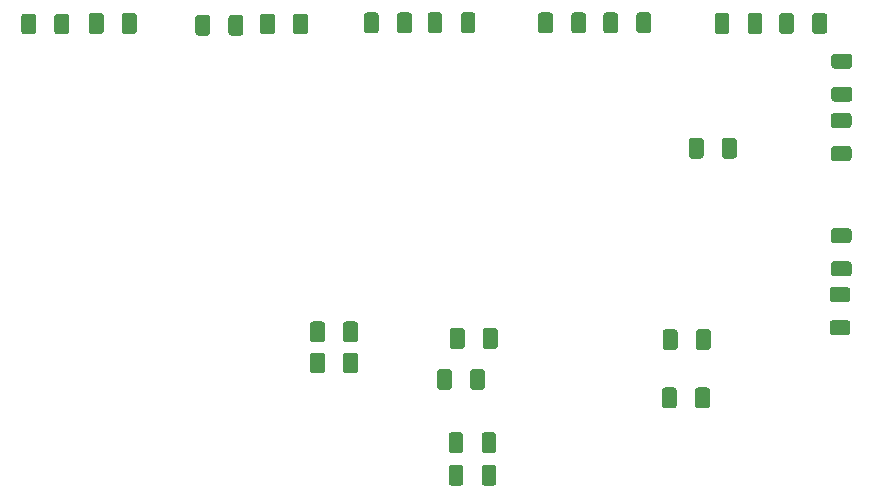
<source format=gbr>
G04 #@! TF.GenerationSoftware,KiCad,Pcbnew,5.1.2-f72e74a~84~ubuntu18.04.1*
G04 #@! TF.CreationDate,2019-09-15T07:59:56+02:00*
G04 #@! TF.ProjectId,PowerElectrobot,506f7765-7245-46c6-9563-74726f626f74,rev?*
G04 #@! TF.SameCoordinates,Original*
G04 #@! TF.FileFunction,Paste,Top*
G04 #@! TF.FilePolarity,Positive*
%FSLAX46Y46*%
G04 Gerber Fmt 4.6, Leading zero omitted, Abs format (unit mm)*
G04 Created by KiCad (PCBNEW 5.1.2-f72e74a~84~ubuntu18.04.1) date 2019-09-15 07:59:56*
%MOMM*%
%LPD*%
G04 APERTURE LIST*
%ADD10C,0.100000*%
%ADD11C,1.250000*%
G04 APERTURE END LIST*
D10*
G36*
X132916505Y-96511205D02*
G01*
X132940774Y-96514805D01*
X132964572Y-96520766D01*
X132987672Y-96529031D01*
X133009850Y-96539521D01*
X133030894Y-96552134D01*
X133050599Y-96566748D01*
X133068778Y-96583224D01*
X133085254Y-96601403D01*
X133099868Y-96621108D01*
X133112481Y-96642152D01*
X133122971Y-96664330D01*
X133131236Y-96687430D01*
X133137197Y-96711228D01*
X133140797Y-96735497D01*
X133142001Y-96760001D01*
X133142001Y-98010001D01*
X133140797Y-98034505D01*
X133137197Y-98058774D01*
X133131236Y-98082572D01*
X133122971Y-98105672D01*
X133112481Y-98127850D01*
X133099868Y-98148894D01*
X133085254Y-98168599D01*
X133068778Y-98186778D01*
X133050599Y-98203254D01*
X133030894Y-98217868D01*
X133009850Y-98230481D01*
X132987672Y-98240971D01*
X132964572Y-98249236D01*
X132940774Y-98255197D01*
X132916505Y-98258797D01*
X132892001Y-98260001D01*
X132142001Y-98260001D01*
X132117497Y-98258797D01*
X132093228Y-98255197D01*
X132069430Y-98249236D01*
X132046330Y-98240971D01*
X132024152Y-98230481D01*
X132003108Y-98217868D01*
X131983403Y-98203254D01*
X131965224Y-98186778D01*
X131948748Y-98168599D01*
X131934134Y-98148894D01*
X131921521Y-98127850D01*
X131911031Y-98105672D01*
X131902766Y-98082572D01*
X131896805Y-98058774D01*
X131893205Y-98034505D01*
X131892001Y-98010001D01*
X131892001Y-96760001D01*
X131893205Y-96735497D01*
X131896805Y-96711228D01*
X131902766Y-96687430D01*
X131911031Y-96664330D01*
X131921521Y-96642152D01*
X131934134Y-96621108D01*
X131948748Y-96601403D01*
X131965224Y-96583224D01*
X131983403Y-96566748D01*
X132003108Y-96552134D01*
X132024152Y-96539521D01*
X132046330Y-96529031D01*
X132069430Y-96520766D01*
X132093228Y-96514805D01*
X132117497Y-96511205D01*
X132142001Y-96510001D01*
X132892001Y-96510001D01*
X132916505Y-96511205D01*
X132916505Y-96511205D01*
G37*
D11*
X132517001Y-97385001D03*
D10*
G36*
X135716505Y-96511205D02*
G01*
X135740774Y-96514805D01*
X135764572Y-96520766D01*
X135787672Y-96529031D01*
X135809850Y-96539521D01*
X135830894Y-96552134D01*
X135850599Y-96566748D01*
X135868778Y-96583224D01*
X135885254Y-96601403D01*
X135899868Y-96621108D01*
X135912481Y-96642152D01*
X135922971Y-96664330D01*
X135931236Y-96687430D01*
X135937197Y-96711228D01*
X135940797Y-96735497D01*
X135942001Y-96760001D01*
X135942001Y-98010001D01*
X135940797Y-98034505D01*
X135937197Y-98058774D01*
X135931236Y-98082572D01*
X135922971Y-98105672D01*
X135912481Y-98127850D01*
X135899868Y-98148894D01*
X135885254Y-98168599D01*
X135868778Y-98186778D01*
X135850599Y-98203254D01*
X135830894Y-98217868D01*
X135809850Y-98230481D01*
X135787672Y-98240971D01*
X135764572Y-98249236D01*
X135740774Y-98255197D01*
X135716505Y-98258797D01*
X135692001Y-98260001D01*
X134942001Y-98260001D01*
X134917497Y-98258797D01*
X134893228Y-98255197D01*
X134869430Y-98249236D01*
X134846330Y-98240971D01*
X134824152Y-98230481D01*
X134803108Y-98217868D01*
X134783403Y-98203254D01*
X134765224Y-98186778D01*
X134748748Y-98168599D01*
X134734134Y-98148894D01*
X134721521Y-98127850D01*
X134711031Y-98105672D01*
X134702766Y-98082572D01*
X134696805Y-98058774D01*
X134693205Y-98034505D01*
X134692001Y-98010001D01*
X134692001Y-96760001D01*
X134693205Y-96735497D01*
X134696805Y-96711228D01*
X134702766Y-96687430D01*
X134711031Y-96664330D01*
X134721521Y-96642152D01*
X134734134Y-96621108D01*
X134748748Y-96601403D01*
X134765224Y-96583224D01*
X134783403Y-96566748D01*
X134803108Y-96552134D01*
X134824152Y-96539521D01*
X134846330Y-96529031D01*
X134869430Y-96520766D01*
X134893228Y-96514805D01*
X134917497Y-96511205D01*
X134942001Y-96510001D01*
X135692001Y-96510001D01*
X135716505Y-96511205D01*
X135716505Y-96511205D01*
G37*
D11*
X135317001Y-97385001D03*
D10*
G36*
X132987504Y-91582204D02*
G01*
X133011773Y-91585804D01*
X133035571Y-91591765D01*
X133058671Y-91600030D01*
X133080849Y-91610520D01*
X133101893Y-91623133D01*
X133121598Y-91637747D01*
X133139777Y-91654223D01*
X133156253Y-91672402D01*
X133170867Y-91692107D01*
X133183480Y-91713151D01*
X133193970Y-91735329D01*
X133202235Y-91758429D01*
X133208196Y-91782227D01*
X133211796Y-91806496D01*
X133213000Y-91831000D01*
X133213000Y-93081000D01*
X133211796Y-93105504D01*
X133208196Y-93129773D01*
X133202235Y-93153571D01*
X133193970Y-93176671D01*
X133183480Y-93198849D01*
X133170867Y-93219893D01*
X133156253Y-93239598D01*
X133139777Y-93257777D01*
X133121598Y-93274253D01*
X133101893Y-93288867D01*
X133080849Y-93301480D01*
X133058671Y-93311970D01*
X133035571Y-93320235D01*
X133011773Y-93326196D01*
X132987504Y-93329796D01*
X132963000Y-93331000D01*
X132213000Y-93331000D01*
X132188496Y-93329796D01*
X132164227Y-93326196D01*
X132140429Y-93320235D01*
X132117329Y-93311970D01*
X132095151Y-93301480D01*
X132074107Y-93288867D01*
X132054402Y-93274253D01*
X132036223Y-93257777D01*
X132019747Y-93239598D01*
X132005133Y-93219893D01*
X131992520Y-93198849D01*
X131982030Y-93176671D01*
X131973765Y-93153571D01*
X131967804Y-93129773D01*
X131964204Y-93105504D01*
X131963000Y-93081000D01*
X131963000Y-91831000D01*
X131964204Y-91806496D01*
X131967804Y-91782227D01*
X131973765Y-91758429D01*
X131982030Y-91735329D01*
X131992520Y-91713151D01*
X132005133Y-91692107D01*
X132019747Y-91672402D01*
X132036223Y-91654223D01*
X132054402Y-91637747D01*
X132074107Y-91623133D01*
X132095151Y-91610520D01*
X132117329Y-91600030D01*
X132140429Y-91591765D01*
X132164227Y-91585804D01*
X132188496Y-91582204D01*
X132213000Y-91581000D01*
X132963000Y-91581000D01*
X132987504Y-91582204D01*
X132987504Y-91582204D01*
G37*
D11*
X132588000Y-92456000D03*
D10*
G36*
X135787504Y-91582204D02*
G01*
X135811773Y-91585804D01*
X135835571Y-91591765D01*
X135858671Y-91600030D01*
X135880849Y-91610520D01*
X135901893Y-91623133D01*
X135921598Y-91637747D01*
X135939777Y-91654223D01*
X135956253Y-91672402D01*
X135970867Y-91692107D01*
X135983480Y-91713151D01*
X135993970Y-91735329D01*
X136002235Y-91758429D01*
X136008196Y-91782227D01*
X136011796Y-91806496D01*
X136013000Y-91831000D01*
X136013000Y-93081000D01*
X136011796Y-93105504D01*
X136008196Y-93129773D01*
X136002235Y-93153571D01*
X135993970Y-93176671D01*
X135983480Y-93198849D01*
X135970867Y-93219893D01*
X135956253Y-93239598D01*
X135939777Y-93257777D01*
X135921598Y-93274253D01*
X135901893Y-93288867D01*
X135880849Y-93301480D01*
X135858671Y-93311970D01*
X135835571Y-93320235D01*
X135811773Y-93326196D01*
X135787504Y-93329796D01*
X135763000Y-93331000D01*
X135013000Y-93331000D01*
X134988496Y-93329796D01*
X134964227Y-93326196D01*
X134940429Y-93320235D01*
X134917329Y-93311970D01*
X134895151Y-93301480D01*
X134874107Y-93288867D01*
X134854402Y-93274253D01*
X134836223Y-93257777D01*
X134819747Y-93239598D01*
X134805133Y-93219893D01*
X134792520Y-93198849D01*
X134782030Y-93176671D01*
X134773765Y-93153571D01*
X134767804Y-93129773D01*
X134764204Y-93105504D01*
X134763000Y-93081000D01*
X134763000Y-91831000D01*
X134764204Y-91806496D01*
X134767804Y-91782227D01*
X134773765Y-91758429D01*
X134782030Y-91735329D01*
X134792520Y-91713151D01*
X134805133Y-91692107D01*
X134819747Y-91672402D01*
X134836223Y-91654223D01*
X134854402Y-91637747D01*
X134874107Y-91623133D01*
X134895151Y-91610520D01*
X134917329Y-91600030D01*
X134940429Y-91591765D01*
X134964227Y-91585804D01*
X134988496Y-91582204D01*
X135013000Y-91581000D01*
X135763000Y-91581000D01*
X135787504Y-91582204D01*
X135787504Y-91582204D01*
G37*
D11*
X135388000Y-92456000D03*
D10*
G36*
X147613904Y-88022204D02*
G01*
X147638173Y-88025804D01*
X147661971Y-88031765D01*
X147685071Y-88040030D01*
X147707249Y-88050520D01*
X147728293Y-88063133D01*
X147747998Y-88077747D01*
X147766177Y-88094223D01*
X147782653Y-88112402D01*
X147797267Y-88132107D01*
X147809880Y-88153151D01*
X147820370Y-88175329D01*
X147828635Y-88198429D01*
X147834596Y-88222227D01*
X147838196Y-88246496D01*
X147839400Y-88271000D01*
X147839400Y-89021000D01*
X147838196Y-89045504D01*
X147834596Y-89069773D01*
X147828635Y-89093571D01*
X147820370Y-89116671D01*
X147809880Y-89138849D01*
X147797267Y-89159893D01*
X147782653Y-89179598D01*
X147766177Y-89197777D01*
X147747998Y-89214253D01*
X147728293Y-89228867D01*
X147707249Y-89241480D01*
X147685071Y-89251970D01*
X147661971Y-89260235D01*
X147638173Y-89266196D01*
X147613904Y-89269796D01*
X147589400Y-89271000D01*
X146339400Y-89271000D01*
X146314896Y-89269796D01*
X146290627Y-89266196D01*
X146266829Y-89260235D01*
X146243729Y-89251970D01*
X146221551Y-89241480D01*
X146200507Y-89228867D01*
X146180802Y-89214253D01*
X146162623Y-89197777D01*
X146146147Y-89179598D01*
X146131533Y-89159893D01*
X146118920Y-89138849D01*
X146108430Y-89116671D01*
X146100165Y-89093571D01*
X146094204Y-89069773D01*
X146090604Y-89045504D01*
X146089400Y-89021000D01*
X146089400Y-88271000D01*
X146090604Y-88246496D01*
X146094204Y-88222227D01*
X146100165Y-88198429D01*
X146108430Y-88175329D01*
X146118920Y-88153151D01*
X146131533Y-88132107D01*
X146146147Y-88112402D01*
X146162623Y-88094223D01*
X146180802Y-88077747D01*
X146200507Y-88063133D01*
X146221551Y-88050520D01*
X146243729Y-88040030D01*
X146266829Y-88031765D01*
X146290627Y-88025804D01*
X146314896Y-88022204D01*
X146339400Y-88021000D01*
X147589400Y-88021000D01*
X147613904Y-88022204D01*
X147613904Y-88022204D01*
G37*
D11*
X146964400Y-88646000D03*
D10*
G36*
X147613904Y-90822204D02*
G01*
X147638173Y-90825804D01*
X147661971Y-90831765D01*
X147685071Y-90840030D01*
X147707249Y-90850520D01*
X147728293Y-90863133D01*
X147747998Y-90877747D01*
X147766177Y-90894223D01*
X147782653Y-90912402D01*
X147797267Y-90932107D01*
X147809880Y-90953151D01*
X147820370Y-90975329D01*
X147828635Y-90998429D01*
X147834596Y-91022227D01*
X147838196Y-91046496D01*
X147839400Y-91071000D01*
X147839400Y-91821000D01*
X147838196Y-91845504D01*
X147834596Y-91869773D01*
X147828635Y-91893571D01*
X147820370Y-91916671D01*
X147809880Y-91938849D01*
X147797267Y-91959893D01*
X147782653Y-91979598D01*
X147766177Y-91997777D01*
X147747998Y-92014253D01*
X147728293Y-92028867D01*
X147707249Y-92041480D01*
X147685071Y-92051970D01*
X147661971Y-92060235D01*
X147638173Y-92066196D01*
X147613904Y-92069796D01*
X147589400Y-92071000D01*
X146339400Y-92071000D01*
X146314896Y-92069796D01*
X146290627Y-92066196D01*
X146266829Y-92060235D01*
X146243729Y-92051970D01*
X146221551Y-92041480D01*
X146200507Y-92028867D01*
X146180802Y-92014253D01*
X146162623Y-91997777D01*
X146146147Y-91979598D01*
X146131533Y-91959893D01*
X146118920Y-91938849D01*
X146108430Y-91916671D01*
X146100165Y-91893571D01*
X146094204Y-91869773D01*
X146090604Y-91845504D01*
X146089400Y-91821000D01*
X146089400Y-91071000D01*
X146090604Y-91046496D01*
X146094204Y-91022227D01*
X146100165Y-90998429D01*
X146108430Y-90975329D01*
X146118920Y-90953151D01*
X146131533Y-90932107D01*
X146146147Y-90912402D01*
X146162623Y-90894223D01*
X146180802Y-90877747D01*
X146200507Y-90863133D01*
X146221551Y-90850520D01*
X146243729Y-90840030D01*
X146266829Y-90831765D01*
X146290627Y-90825804D01*
X146314896Y-90822204D01*
X146339400Y-90821000D01*
X147589400Y-90821000D01*
X147613904Y-90822204D01*
X147613904Y-90822204D01*
G37*
D11*
X146964400Y-91446000D03*
D10*
G36*
X130758304Y-64759804D02*
G01*
X130782573Y-64763404D01*
X130806371Y-64769365D01*
X130829471Y-64777630D01*
X130851649Y-64788120D01*
X130872693Y-64800733D01*
X130892398Y-64815347D01*
X130910577Y-64831823D01*
X130927053Y-64850002D01*
X130941667Y-64869707D01*
X130954280Y-64890751D01*
X130964770Y-64912929D01*
X130973035Y-64936029D01*
X130978996Y-64959827D01*
X130982596Y-64984096D01*
X130983800Y-65008600D01*
X130983800Y-66258600D01*
X130982596Y-66283104D01*
X130978996Y-66307373D01*
X130973035Y-66331171D01*
X130964770Y-66354271D01*
X130954280Y-66376449D01*
X130941667Y-66397493D01*
X130927053Y-66417198D01*
X130910577Y-66435377D01*
X130892398Y-66451853D01*
X130872693Y-66466467D01*
X130851649Y-66479080D01*
X130829471Y-66489570D01*
X130806371Y-66497835D01*
X130782573Y-66503796D01*
X130758304Y-66507396D01*
X130733800Y-66508600D01*
X129983800Y-66508600D01*
X129959296Y-66507396D01*
X129935027Y-66503796D01*
X129911229Y-66497835D01*
X129888129Y-66489570D01*
X129865951Y-66479080D01*
X129844907Y-66466467D01*
X129825202Y-66451853D01*
X129807023Y-66435377D01*
X129790547Y-66417198D01*
X129775933Y-66397493D01*
X129763320Y-66376449D01*
X129752830Y-66354271D01*
X129744565Y-66331171D01*
X129738604Y-66307373D01*
X129735004Y-66283104D01*
X129733800Y-66258600D01*
X129733800Y-65008600D01*
X129735004Y-64984096D01*
X129738604Y-64959827D01*
X129744565Y-64936029D01*
X129752830Y-64912929D01*
X129763320Y-64890751D01*
X129775933Y-64869707D01*
X129790547Y-64850002D01*
X129807023Y-64831823D01*
X129825202Y-64815347D01*
X129844907Y-64800733D01*
X129865951Y-64788120D01*
X129888129Y-64777630D01*
X129911229Y-64769365D01*
X129935027Y-64763404D01*
X129959296Y-64759804D01*
X129983800Y-64758600D01*
X130733800Y-64758600D01*
X130758304Y-64759804D01*
X130758304Y-64759804D01*
G37*
D11*
X130358800Y-65633600D03*
D10*
G36*
X127958304Y-64759804D02*
G01*
X127982573Y-64763404D01*
X128006371Y-64769365D01*
X128029471Y-64777630D01*
X128051649Y-64788120D01*
X128072693Y-64800733D01*
X128092398Y-64815347D01*
X128110577Y-64831823D01*
X128127053Y-64850002D01*
X128141667Y-64869707D01*
X128154280Y-64890751D01*
X128164770Y-64912929D01*
X128173035Y-64936029D01*
X128178996Y-64959827D01*
X128182596Y-64984096D01*
X128183800Y-65008600D01*
X128183800Y-66258600D01*
X128182596Y-66283104D01*
X128178996Y-66307373D01*
X128173035Y-66331171D01*
X128164770Y-66354271D01*
X128154280Y-66376449D01*
X128141667Y-66397493D01*
X128127053Y-66417198D01*
X128110577Y-66435377D01*
X128092398Y-66451853D01*
X128072693Y-66466467D01*
X128051649Y-66479080D01*
X128029471Y-66489570D01*
X128006371Y-66497835D01*
X127982573Y-66503796D01*
X127958304Y-66507396D01*
X127933800Y-66508600D01*
X127183800Y-66508600D01*
X127159296Y-66507396D01*
X127135027Y-66503796D01*
X127111229Y-66497835D01*
X127088129Y-66489570D01*
X127065951Y-66479080D01*
X127044907Y-66466467D01*
X127025202Y-66451853D01*
X127007023Y-66435377D01*
X126990547Y-66417198D01*
X126975933Y-66397493D01*
X126963320Y-66376449D01*
X126952830Y-66354271D01*
X126944565Y-66331171D01*
X126938604Y-66307373D01*
X126935004Y-66283104D01*
X126933800Y-66258600D01*
X126933800Y-65008600D01*
X126935004Y-64984096D01*
X126938604Y-64959827D01*
X126944565Y-64936029D01*
X126952830Y-64912929D01*
X126963320Y-64890751D01*
X126975933Y-64869707D01*
X126990547Y-64850002D01*
X127007023Y-64831823D01*
X127025202Y-64815347D01*
X127044907Y-64800733D01*
X127065951Y-64788120D01*
X127088129Y-64777630D01*
X127111229Y-64769365D01*
X127135027Y-64763404D01*
X127159296Y-64759804D01*
X127183800Y-64758600D01*
X127933800Y-64758600D01*
X127958304Y-64759804D01*
X127958304Y-64759804D01*
G37*
D11*
X127558800Y-65633600D03*
D10*
G36*
X147715504Y-76084204D02*
G01*
X147739773Y-76087804D01*
X147763571Y-76093765D01*
X147786671Y-76102030D01*
X147808849Y-76112520D01*
X147829893Y-76125133D01*
X147849598Y-76139747D01*
X147867777Y-76156223D01*
X147884253Y-76174402D01*
X147898867Y-76194107D01*
X147911480Y-76215151D01*
X147921970Y-76237329D01*
X147930235Y-76260429D01*
X147936196Y-76284227D01*
X147939796Y-76308496D01*
X147941000Y-76333000D01*
X147941000Y-77083000D01*
X147939796Y-77107504D01*
X147936196Y-77131773D01*
X147930235Y-77155571D01*
X147921970Y-77178671D01*
X147911480Y-77200849D01*
X147898867Y-77221893D01*
X147884253Y-77241598D01*
X147867777Y-77259777D01*
X147849598Y-77276253D01*
X147829893Y-77290867D01*
X147808849Y-77303480D01*
X147786671Y-77313970D01*
X147763571Y-77322235D01*
X147739773Y-77328196D01*
X147715504Y-77331796D01*
X147691000Y-77333000D01*
X146441000Y-77333000D01*
X146416496Y-77331796D01*
X146392227Y-77328196D01*
X146368429Y-77322235D01*
X146345329Y-77313970D01*
X146323151Y-77303480D01*
X146302107Y-77290867D01*
X146282402Y-77276253D01*
X146264223Y-77259777D01*
X146247747Y-77241598D01*
X146233133Y-77221893D01*
X146220520Y-77200849D01*
X146210030Y-77178671D01*
X146201765Y-77155571D01*
X146195804Y-77131773D01*
X146192204Y-77107504D01*
X146191000Y-77083000D01*
X146191000Y-76333000D01*
X146192204Y-76308496D01*
X146195804Y-76284227D01*
X146201765Y-76260429D01*
X146210030Y-76237329D01*
X146220520Y-76215151D01*
X146233133Y-76194107D01*
X146247747Y-76174402D01*
X146264223Y-76156223D01*
X146282402Y-76139747D01*
X146302107Y-76125133D01*
X146323151Y-76112520D01*
X146345329Y-76102030D01*
X146368429Y-76093765D01*
X146392227Y-76087804D01*
X146416496Y-76084204D01*
X146441000Y-76083000D01*
X147691000Y-76083000D01*
X147715504Y-76084204D01*
X147715504Y-76084204D01*
G37*
D11*
X147066000Y-76708000D03*
D10*
G36*
X147715504Y-73284204D02*
G01*
X147739773Y-73287804D01*
X147763571Y-73293765D01*
X147786671Y-73302030D01*
X147808849Y-73312520D01*
X147829893Y-73325133D01*
X147849598Y-73339747D01*
X147867777Y-73356223D01*
X147884253Y-73374402D01*
X147898867Y-73394107D01*
X147911480Y-73415151D01*
X147921970Y-73437329D01*
X147930235Y-73460429D01*
X147936196Y-73484227D01*
X147939796Y-73508496D01*
X147941000Y-73533000D01*
X147941000Y-74283000D01*
X147939796Y-74307504D01*
X147936196Y-74331773D01*
X147930235Y-74355571D01*
X147921970Y-74378671D01*
X147911480Y-74400849D01*
X147898867Y-74421893D01*
X147884253Y-74441598D01*
X147867777Y-74459777D01*
X147849598Y-74476253D01*
X147829893Y-74490867D01*
X147808849Y-74503480D01*
X147786671Y-74513970D01*
X147763571Y-74522235D01*
X147739773Y-74528196D01*
X147715504Y-74531796D01*
X147691000Y-74533000D01*
X146441000Y-74533000D01*
X146416496Y-74531796D01*
X146392227Y-74528196D01*
X146368429Y-74522235D01*
X146345329Y-74513970D01*
X146323151Y-74503480D01*
X146302107Y-74490867D01*
X146282402Y-74476253D01*
X146264223Y-74459777D01*
X146247747Y-74441598D01*
X146233133Y-74421893D01*
X146220520Y-74400849D01*
X146210030Y-74378671D01*
X146201765Y-74355571D01*
X146195804Y-74331773D01*
X146192204Y-74307504D01*
X146191000Y-74283000D01*
X146191000Y-73533000D01*
X146192204Y-73508496D01*
X146195804Y-73484227D01*
X146201765Y-73460429D01*
X146210030Y-73437329D01*
X146220520Y-73415151D01*
X146233133Y-73394107D01*
X146247747Y-73374402D01*
X146264223Y-73356223D01*
X146282402Y-73339747D01*
X146302107Y-73325133D01*
X146323151Y-73312520D01*
X146345329Y-73302030D01*
X146368429Y-73293765D01*
X146392227Y-73287804D01*
X146416496Y-73284204D01*
X146441000Y-73283000D01*
X147691000Y-73283000D01*
X147715504Y-73284204D01*
X147715504Y-73284204D01*
G37*
D11*
X147066000Y-73908000D03*
D10*
G36*
X115873904Y-64759804D02*
G01*
X115898173Y-64763404D01*
X115921971Y-64769365D01*
X115945071Y-64777630D01*
X115967249Y-64788120D01*
X115988293Y-64800733D01*
X116007998Y-64815347D01*
X116026177Y-64831823D01*
X116042653Y-64850002D01*
X116057267Y-64869707D01*
X116069880Y-64890751D01*
X116080370Y-64912929D01*
X116088635Y-64936029D01*
X116094596Y-64959827D01*
X116098196Y-64984096D01*
X116099400Y-65008600D01*
X116099400Y-66258600D01*
X116098196Y-66283104D01*
X116094596Y-66307373D01*
X116088635Y-66331171D01*
X116080370Y-66354271D01*
X116069880Y-66376449D01*
X116057267Y-66397493D01*
X116042653Y-66417198D01*
X116026177Y-66435377D01*
X116007998Y-66451853D01*
X115988293Y-66466467D01*
X115967249Y-66479080D01*
X115945071Y-66489570D01*
X115921971Y-66497835D01*
X115898173Y-66503796D01*
X115873904Y-66507396D01*
X115849400Y-66508600D01*
X115099400Y-66508600D01*
X115074896Y-66507396D01*
X115050627Y-66503796D01*
X115026829Y-66497835D01*
X115003729Y-66489570D01*
X114981551Y-66479080D01*
X114960507Y-66466467D01*
X114940802Y-66451853D01*
X114922623Y-66435377D01*
X114906147Y-66417198D01*
X114891533Y-66397493D01*
X114878920Y-66376449D01*
X114868430Y-66354271D01*
X114860165Y-66331171D01*
X114854204Y-66307373D01*
X114850604Y-66283104D01*
X114849400Y-66258600D01*
X114849400Y-65008600D01*
X114850604Y-64984096D01*
X114854204Y-64959827D01*
X114860165Y-64936029D01*
X114868430Y-64912929D01*
X114878920Y-64890751D01*
X114891533Y-64869707D01*
X114906147Y-64850002D01*
X114922623Y-64831823D01*
X114940802Y-64815347D01*
X114960507Y-64800733D01*
X114981551Y-64788120D01*
X115003729Y-64777630D01*
X115026829Y-64769365D01*
X115050627Y-64763404D01*
X115074896Y-64759804D01*
X115099400Y-64758600D01*
X115849400Y-64758600D01*
X115873904Y-64759804D01*
X115873904Y-64759804D01*
G37*
D11*
X115474400Y-65633600D03*
D10*
G36*
X113073904Y-64759804D02*
G01*
X113098173Y-64763404D01*
X113121971Y-64769365D01*
X113145071Y-64777630D01*
X113167249Y-64788120D01*
X113188293Y-64800733D01*
X113207998Y-64815347D01*
X113226177Y-64831823D01*
X113242653Y-64850002D01*
X113257267Y-64869707D01*
X113269880Y-64890751D01*
X113280370Y-64912929D01*
X113288635Y-64936029D01*
X113294596Y-64959827D01*
X113298196Y-64984096D01*
X113299400Y-65008600D01*
X113299400Y-66258600D01*
X113298196Y-66283104D01*
X113294596Y-66307373D01*
X113288635Y-66331171D01*
X113280370Y-66354271D01*
X113269880Y-66376449D01*
X113257267Y-66397493D01*
X113242653Y-66417198D01*
X113226177Y-66435377D01*
X113207998Y-66451853D01*
X113188293Y-66466467D01*
X113167249Y-66479080D01*
X113145071Y-66489570D01*
X113121971Y-66497835D01*
X113098173Y-66503796D01*
X113073904Y-66507396D01*
X113049400Y-66508600D01*
X112299400Y-66508600D01*
X112274896Y-66507396D01*
X112250627Y-66503796D01*
X112226829Y-66497835D01*
X112203729Y-66489570D01*
X112181551Y-66479080D01*
X112160507Y-66466467D01*
X112140802Y-66451853D01*
X112122623Y-66435377D01*
X112106147Y-66417198D01*
X112091533Y-66397493D01*
X112078920Y-66376449D01*
X112068430Y-66354271D01*
X112060165Y-66331171D01*
X112054204Y-66307373D01*
X112050604Y-66283104D01*
X112049400Y-66258600D01*
X112049400Y-65008600D01*
X112050604Y-64984096D01*
X112054204Y-64959827D01*
X112060165Y-64936029D01*
X112068430Y-64912929D01*
X112078920Y-64890751D01*
X112091533Y-64869707D01*
X112106147Y-64850002D01*
X112122623Y-64831823D01*
X112140802Y-64815347D01*
X112160507Y-64800733D01*
X112181551Y-64788120D01*
X112203729Y-64777630D01*
X112226829Y-64769365D01*
X112250627Y-64763404D01*
X112274896Y-64759804D01*
X112299400Y-64758600D01*
X113049400Y-64758600D01*
X113073904Y-64759804D01*
X113073904Y-64759804D01*
G37*
D11*
X112674400Y-65633600D03*
D10*
G36*
X137994304Y-75377004D02*
G01*
X138018573Y-75380604D01*
X138042371Y-75386565D01*
X138065471Y-75394830D01*
X138087649Y-75405320D01*
X138108693Y-75417933D01*
X138128398Y-75432547D01*
X138146577Y-75449023D01*
X138163053Y-75467202D01*
X138177667Y-75486907D01*
X138190280Y-75507951D01*
X138200770Y-75530129D01*
X138209035Y-75553229D01*
X138214996Y-75577027D01*
X138218596Y-75601296D01*
X138219800Y-75625800D01*
X138219800Y-76875800D01*
X138218596Y-76900304D01*
X138214996Y-76924573D01*
X138209035Y-76948371D01*
X138200770Y-76971471D01*
X138190280Y-76993649D01*
X138177667Y-77014693D01*
X138163053Y-77034398D01*
X138146577Y-77052577D01*
X138128398Y-77069053D01*
X138108693Y-77083667D01*
X138087649Y-77096280D01*
X138065471Y-77106770D01*
X138042371Y-77115035D01*
X138018573Y-77120996D01*
X137994304Y-77124596D01*
X137969800Y-77125800D01*
X137219800Y-77125800D01*
X137195296Y-77124596D01*
X137171027Y-77120996D01*
X137147229Y-77115035D01*
X137124129Y-77106770D01*
X137101951Y-77096280D01*
X137080907Y-77083667D01*
X137061202Y-77069053D01*
X137043023Y-77052577D01*
X137026547Y-77034398D01*
X137011933Y-77014693D01*
X136999320Y-76993649D01*
X136988830Y-76971471D01*
X136980565Y-76948371D01*
X136974604Y-76924573D01*
X136971004Y-76900304D01*
X136969800Y-76875800D01*
X136969800Y-75625800D01*
X136971004Y-75601296D01*
X136974604Y-75577027D01*
X136980565Y-75553229D01*
X136988830Y-75530129D01*
X136999320Y-75507951D01*
X137011933Y-75486907D01*
X137026547Y-75467202D01*
X137043023Y-75449023D01*
X137061202Y-75432547D01*
X137080907Y-75417933D01*
X137101951Y-75405320D01*
X137124129Y-75394830D01*
X137147229Y-75386565D01*
X137171027Y-75380604D01*
X137195296Y-75377004D01*
X137219800Y-75375800D01*
X137969800Y-75375800D01*
X137994304Y-75377004D01*
X137994304Y-75377004D01*
G37*
D11*
X137594800Y-76250800D03*
D10*
G36*
X135194304Y-75377004D02*
G01*
X135218573Y-75380604D01*
X135242371Y-75386565D01*
X135265471Y-75394830D01*
X135287649Y-75405320D01*
X135308693Y-75417933D01*
X135328398Y-75432547D01*
X135346577Y-75449023D01*
X135363053Y-75467202D01*
X135377667Y-75486907D01*
X135390280Y-75507951D01*
X135400770Y-75530129D01*
X135409035Y-75553229D01*
X135414996Y-75577027D01*
X135418596Y-75601296D01*
X135419800Y-75625800D01*
X135419800Y-76875800D01*
X135418596Y-76900304D01*
X135414996Y-76924573D01*
X135409035Y-76948371D01*
X135400770Y-76971471D01*
X135390280Y-76993649D01*
X135377667Y-77014693D01*
X135363053Y-77034398D01*
X135346577Y-77052577D01*
X135328398Y-77069053D01*
X135308693Y-77083667D01*
X135287649Y-77096280D01*
X135265471Y-77106770D01*
X135242371Y-77115035D01*
X135218573Y-77120996D01*
X135194304Y-77124596D01*
X135169800Y-77125800D01*
X134419800Y-77125800D01*
X134395296Y-77124596D01*
X134371027Y-77120996D01*
X134347229Y-77115035D01*
X134324129Y-77106770D01*
X134301951Y-77096280D01*
X134280907Y-77083667D01*
X134261202Y-77069053D01*
X134243023Y-77052577D01*
X134226547Y-77034398D01*
X134211933Y-77014693D01*
X134199320Y-76993649D01*
X134188830Y-76971471D01*
X134180565Y-76948371D01*
X134174604Y-76924573D01*
X134171004Y-76900304D01*
X134169800Y-76875800D01*
X134169800Y-75625800D01*
X134171004Y-75601296D01*
X134174604Y-75577027D01*
X134180565Y-75553229D01*
X134188830Y-75530129D01*
X134199320Y-75507951D01*
X134211933Y-75486907D01*
X134226547Y-75467202D01*
X134243023Y-75449023D01*
X134261202Y-75432547D01*
X134280907Y-75417933D01*
X134301951Y-75405320D01*
X134324129Y-75394830D01*
X134347229Y-75386565D01*
X134371027Y-75380604D01*
X134395296Y-75377004D01*
X134419800Y-75375800D01*
X135169800Y-75375800D01*
X135194304Y-75377004D01*
X135194304Y-75377004D01*
G37*
D11*
X134794800Y-76250800D03*
D10*
G36*
X98894704Y-64861404D02*
G01*
X98918973Y-64865004D01*
X98942771Y-64870965D01*
X98965871Y-64879230D01*
X98988049Y-64889720D01*
X99009093Y-64902333D01*
X99028798Y-64916947D01*
X99046977Y-64933423D01*
X99063453Y-64951602D01*
X99078067Y-64971307D01*
X99090680Y-64992351D01*
X99101170Y-65014529D01*
X99109435Y-65037629D01*
X99115396Y-65061427D01*
X99118996Y-65085696D01*
X99120200Y-65110200D01*
X99120200Y-66360200D01*
X99118996Y-66384704D01*
X99115396Y-66408973D01*
X99109435Y-66432771D01*
X99101170Y-66455871D01*
X99090680Y-66478049D01*
X99078067Y-66499093D01*
X99063453Y-66518798D01*
X99046977Y-66536977D01*
X99028798Y-66553453D01*
X99009093Y-66568067D01*
X98988049Y-66580680D01*
X98965871Y-66591170D01*
X98942771Y-66599435D01*
X98918973Y-66605396D01*
X98894704Y-66608996D01*
X98870200Y-66610200D01*
X98120200Y-66610200D01*
X98095696Y-66608996D01*
X98071427Y-66605396D01*
X98047629Y-66599435D01*
X98024529Y-66591170D01*
X98002351Y-66580680D01*
X97981307Y-66568067D01*
X97961602Y-66553453D01*
X97943423Y-66536977D01*
X97926947Y-66518798D01*
X97912333Y-66499093D01*
X97899720Y-66478049D01*
X97889230Y-66455871D01*
X97880965Y-66432771D01*
X97875004Y-66408973D01*
X97871404Y-66384704D01*
X97870200Y-66360200D01*
X97870200Y-65110200D01*
X97871404Y-65085696D01*
X97875004Y-65061427D01*
X97880965Y-65037629D01*
X97889230Y-65014529D01*
X97899720Y-64992351D01*
X97912333Y-64971307D01*
X97926947Y-64951602D01*
X97943423Y-64933423D01*
X97961602Y-64916947D01*
X97981307Y-64902333D01*
X98002351Y-64889720D01*
X98024529Y-64879230D01*
X98047629Y-64870965D01*
X98071427Y-64865004D01*
X98095696Y-64861404D01*
X98120200Y-64860200D01*
X98870200Y-64860200D01*
X98894704Y-64861404D01*
X98894704Y-64861404D01*
G37*
D11*
X98495200Y-65735200D03*
D10*
G36*
X101694704Y-64861404D02*
G01*
X101718973Y-64865004D01*
X101742771Y-64870965D01*
X101765871Y-64879230D01*
X101788049Y-64889720D01*
X101809093Y-64902333D01*
X101828798Y-64916947D01*
X101846977Y-64933423D01*
X101863453Y-64951602D01*
X101878067Y-64971307D01*
X101890680Y-64992351D01*
X101901170Y-65014529D01*
X101909435Y-65037629D01*
X101915396Y-65061427D01*
X101918996Y-65085696D01*
X101920200Y-65110200D01*
X101920200Y-66360200D01*
X101918996Y-66384704D01*
X101915396Y-66408973D01*
X101909435Y-66432771D01*
X101901170Y-66455871D01*
X101890680Y-66478049D01*
X101878067Y-66499093D01*
X101863453Y-66518798D01*
X101846977Y-66536977D01*
X101828798Y-66553453D01*
X101809093Y-66568067D01*
X101788049Y-66580680D01*
X101765871Y-66591170D01*
X101742771Y-66599435D01*
X101718973Y-66605396D01*
X101694704Y-66608996D01*
X101670200Y-66610200D01*
X100920200Y-66610200D01*
X100895696Y-66608996D01*
X100871427Y-66605396D01*
X100847629Y-66599435D01*
X100824529Y-66591170D01*
X100802351Y-66580680D01*
X100781307Y-66568067D01*
X100761602Y-66553453D01*
X100743423Y-66536977D01*
X100726947Y-66518798D01*
X100712333Y-66499093D01*
X100699720Y-66478049D01*
X100689230Y-66455871D01*
X100680965Y-66432771D01*
X100675004Y-66408973D01*
X100671404Y-66384704D01*
X100670200Y-66360200D01*
X100670200Y-65110200D01*
X100671404Y-65085696D01*
X100675004Y-65061427D01*
X100680965Y-65037629D01*
X100689230Y-65014529D01*
X100699720Y-64992351D01*
X100712333Y-64971307D01*
X100726947Y-64951602D01*
X100743423Y-64933423D01*
X100761602Y-64916947D01*
X100781307Y-64902333D01*
X100802351Y-64889720D01*
X100824529Y-64879230D01*
X100847629Y-64870965D01*
X100871427Y-64865004D01*
X100895696Y-64861404D01*
X100920200Y-64860200D01*
X101670200Y-64860200D01*
X101694704Y-64861404D01*
X101694704Y-64861404D01*
G37*
D11*
X101295200Y-65735200D03*
D10*
G36*
X145642704Y-64810604D02*
G01*
X145666973Y-64814204D01*
X145690771Y-64820165D01*
X145713871Y-64828430D01*
X145736049Y-64838920D01*
X145757093Y-64851533D01*
X145776798Y-64866147D01*
X145794977Y-64882623D01*
X145811453Y-64900802D01*
X145826067Y-64920507D01*
X145838680Y-64941551D01*
X145849170Y-64963729D01*
X145857435Y-64986829D01*
X145863396Y-65010627D01*
X145866996Y-65034896D01*
X145868200Y-65059400D01*
X145868200Y-66309400D01*
X145866996Y-66333904D01*
X145863396Y-66358173D01*
X145857435Y-66381971D01*
X145849170Y-66405071D01*
X145838680Y-66427249D01*
X145826067Y-66448293D01*
X145811453Y-66467998D01*
X145794977Y-66486177D01*
X145776798Y-66502653D01*
X145757093Y-66517267D01*
X145736049Y-66529880D01*
X145713871Y-66540370D01*
X145690771Y-66548635D01*
X145666973Y-66554596D01*
X145642704Y-66558196D01*
X145618200Y-66559400D01*
X144868200Y-66559400D01*
X144843696Y-66558196D01*
X144819427Y-66554596D01*
X144795629Y-66548635D01*
X144772529Y-66540370D01*
X144750351Y-66529880D01*
X144729307Y-66517267D01*
X144709602Y-66502653D01*
X144691423Y-66486177D01*
X144674947Y-66467998D01*
X144660333Y-66448293D01*
X144647720Y-66427249D01*
X144637230Y-66405071D01*
X144628965Y-66381971D01*
X144623004Y-66358173D01*
X144619404Y-66333904D01*
X144618200Y-66309400D01*
X144618200Y-65059400D01*
X144619404Y-65034896D01*
X144623004Y-65010627D01*
X144628965Y-64986829D01*
X144637230Y-64963729D01*
X144647720Y-64941551D01*
X144660333Y-64920507D01*
X144674947Y-64900802D01*
X144691423Y-64882623D01*
X144709602Y-64866147D01*
X144729307Y-64851533D01*
X144750351Y-64838920D01*
X144772529Y-64828430D01*
X144795629Y-64820165D01*
X144819427Y-64814204D01*
X144843696Y-64810604D01*
X144868200Y-64809400D01*
X145618200Y-64809400D01*
X145642704Y-64810604D01*
X145642704Y-64810604D01*
G37*
D11*
X145243200Y-65684400D03*
D10*
G36*
X142842704Y-64810604D02*
G01*
X142866973Y-64814204D01*
X142890771Y-64820165D01*
X142913871Y-64828430D01*
X142936049Y-64838920D01*
X142957093Y-64851533D01*
X142976798Y-64866147D01*
X142994977Y-64882623D01*
X143011453Y-64900802D01*
X143026067Y-64920507D01*
X143038680Y-64941551D01*
X143049170Y-64963729D01*
X143057435Y-64986829D01*
X143063396Y-65010627D01*
X143066996Y-65034896D01*
X143068200Y-65059400D01*
X143068200Y-66309400D01*
X143066996Y-66333904D01*
X143063396Y-66358173D01*
X143057435Y-66381971D01*
X143049170Y-66405071D01*
X143038680Y-66427249D01*
X143026067Y-66448293D01*
X143011453Y-66467998D01*
X142994977Y-66486177D01*
X142976798Y-66502653D01*
X142957093Y-66517267D01*
X142936049Y-66529880D01*
X142913871Y-66540370D01*
X142890771Y-66548635D01*
X142866973Y-66554596D01*
X142842704Y-66558196D01*
X142818200Y-66559400D01*
X142068200Y-66559400D01*
X142043696Y-66558196D01*
X142019427Y-66554596D01*
X141995629Y-66548635D01*
X141972529Y-66540370D01*
X141950351Y-66529880D01*
X141929307Y-66517267D01*
X141909602Y-66502653D01*
X141891423Y-66486177D01*
X141874947Y-66467998D01*
X141860333Y-66448293D01*
X141847720Y-66427249D01*
X141837230Y-66405071D01*
X141828965Y-66381971D01*
X141823004Y-66358173D01*
X141819404Y-66333904D01*
X141818200Y-66309400D01*
X141818200Y-65059400D01*
X141819404Y-65034896D01*
X141823004Y-65010627D01*
X141828965Y-64986829D01*
X141837230Y-64963729D01*
X141847720Y-64941551D01*
X141860333Y-64920507D01*
X141874947Y-64900802D01*
X141891423Y-64882623D01*
X141909602Y-64866147D01*
X141929307Y-64851533D01*
X141950351Y-64838920D01*
X141972529Y-64828430D01*
X141995629Y-64820165D01*
X142019427Y-64814204D01*
X142043696Y-64810604D01*
X142068200Y-64809400D01*
X142818200Y-64809400D01*
X142842704Y-64810604D01*
X142842704Y-64810604D01*
G37*
D11*
X142443200Y-65684400D03*
D10*
G36*
X84394304Y-64810604D02*
G01*
X84418573Y-64814204D01*
X84442371Y-64820165D01*
X84465471Y-64828430D01*
X84487649Y-64838920D01*
X84508693Y-64851533D01*
X84528398Y-64866147D01*
X84546577Y-64882623D01*
X84563053Y-64900802D01*
X84577667Y-64920507D01*
X84590280Y-64941551D01*
X84600770Y-64963729D01*
X84609035Y-64986829D01*
X84614996Y-65010627D01*
X84618596Y-65034896D01*
X84619800Y-65059400D01*
X84619800Y-66309400D01*
X84618596Y-66333904D01*
X84614996Y-66358173D01*
X84609035Y-66381971D01*
X84600770Y-66405071D01*
X84590280Y-66427249D01*
X84577667Y-66448293D01*
X84563053Y-66467998D01*
X84546577Y-66486177D01*
X84528398Y-66502653D01*
X84508693Y-66517267D01*
X84487649Y-66529880D01*
X84465471Y-66540370D01*
X84442371Y-66548635D01*
X84418573Y-66554596D01*
X84394304Y-66558196D01*
X84369800Y-66559400D01*
X83619800Y-66559400D01*
X83595296Y-66558196D01*
X83571027Y-66554596D01*
X83547229Y-66548635D01*
X83524129Y-66540370D01*
X83501951Y-66529880D01*
X83480907Y-66517267D01*
X83461202Y-66502653D01*
X83443023Y-66486177D01*
X83426547Y-66467998D01*
X83411933Y-66448293D01*
X83399320Y-66427249D01*
X83388830Y-66405071D01*
X83380565Y-66381971D01*
X83374604Y-66358173D01*
X83371004Y-66333904D01*
X83369800Y-66309400D01*
X83369800Y-65059400D01*
X83371004Y-65034896D01*
X83374604Y-65010627D01*
X83380565Y-64986829D01*
X83388830Y-64963729D01*
X83399320Y-64941551D01*
X83411933Y-64920507D01*
X83426547Y-64900802D01*
X83443023Y-64882623D01*
X83461202Y-64866147D01*
X83480907Y-64851533D01*
X83501951Y-64838920D01*
X83524129Y-64828430D01*
X83547229Y-64820165D01*
X83571027Y-64814204D01*
X83595296Y-64810604D01*
X83619800Y-64809400D01*
X84369800Y-64809400D01*
X84394304Y-64810604D01*
X84394304Y-64810604D01*
G37*
D11*
X83994800Y-65684400D03*
D10*
G36*
X87194304Y-64810604D02*
G01*
X87218573Y-64814204D01*
X87242371Y-64820165D01*
X87265471Y-64828430D01*
X87287649Y-64838920D01*
X87308693Y-64851533D01*
X87328398Y-64866147D01*
X87346577Y-64882623D01*
X87363053Y-64900802D01*
X87377667Y-64920507D01*
X87390280Y-64941551D01*
X87400770Y-64963729D01*
X87409035Y-64986829D01*
X87414996Y-65010627D01*
X87418596Y-65034896D01*
X87419800Y-65059400D01*
X87419800Y-66309400D01*
X87418596Y-66333904D01*
X87414996Y-66358173D01*
X87409035Y-66381971D01*
X87400770Y-66405071D01*
X87390280Y-66427249D01*
X87377667Y-66448293D01*
X87363053Y-66467998D01*
X87346577Y-66486177D01*
X87328398Y-66502653D01*
X87308693Y-66517267D01*
X87287649Y-66529880D01*
X87265471Y-66540370D01*
X87242371Y-66548635D01*
X87218573Y-66554596D01*
X87194304Y-66558196D01*
X87169800Y-66559400D01*
X86419800Y-66559400D01*
X86395296Y-66558196D01*
X86371027Y-66554596D01*
X86347229Y-66548635D01*
X86324129Y-66540370D01*
X86301951Y-66529880D01*
X86280907Y-66517267D01*
X86261202Y-66502653D01*
X86243023Y-66486177D01*
X86226547Y-66467998D01*
X86211933Y-66448293D01*
X86199320Y-66427249D01*
X86188830Y-66405071D01*
X86180565Y-66381971D01*
X86174604Y-66358173D01*
X86171004Y-66333904D01*
X86169800Y-66309400D01*
X86169800Y-65059400D01*
X86171004Y-65034896D01*
X86174604Y-65010627D01*
X86180565Y-64986829D01*
X86188830Y-64963729D01*
X86199320Y-64941551D01*
X86211933Y-64920507D01*
X86226547Y-64900802D01*
X86243023Y-64882623D01*
X86261202Y-64866147D01*
X86280907Y-64851533D01*
X86301951Y-64838920D01*
X86324129Y-64828430D01*
X86347229Y-64820165D01*
X86371027Y-64814204D01*
X86395296Y-64810604D01*
X86419800Y-64809400D01*
X87169800Y-64809400D01*
X87194304Y-64810604D01*
X87194304Y-64810604D01*
G37*
D11*
X86794800Y-65684400D03*
D10*
G36*
X105917104Y-93563404D02*
G01*
X105941373Y-93567004D01*
X105965171Y-93572965D01*
X105988271Y-93581230D01*
X106010449Y-93591720D01*
X106031493Y-93604333D01*
X106051198Y-93618947D01*
X106069377Y-93635423D01*
X106085853Y-93653602D01*
X106100467Y-93673307D01*
X106113080Y-93694351D01*
X106123570Y-93716529D01*
X106131835Y-93739629D01*
X106137796Y-93763427D01*
X106141396Y-93787696D01*
X106142600Y-93812200D01*
X106142600Y-95062200D01*
X106141396Y-95086704D01*
X106137796Y-95110973D01*
X106131835Y-95134771D01*
X106123570Y-95157871D01*
X106113080Y-95180049D01*
X106100467Y-95201093D01*
X106085853Y-95220798D01*
X106069377Y-95238977D01*
X106051198Y-95255453D01*
X106031493Y-95270067D01*
X106010449Y-95282680D01*
X105988271Y-95293170D01*
X105965171Y-95301435D01*
X105941373Y-95307396D01*
X105917104Y-95310996D01*
X105892600Y-95312200D01*
X105142600Y-95312200D01*
X105118096Y-95310996D01*
X105093827Y-95307396D01*
X105070029Y-95301435D01*
X105046929Y-95293170D01*
X105024751Y-95282680D01*
X105003707Y-95270067D01*
X104984002Y-95255453D01*
X104965823Y-95238977D01*
X104949347Y-95220798D01*
X104934733Y-95201093D01*
X104922120Y-95180049D01*
X104911630Y-95157871D01*
X104903365Y-95134771D01*
X104897404Y-95110973D01*
X104893804Y-95086704D01*
X104892600Y-95062200D01*
X104892600Y-93812200D01*
X104893804Y-93787696D01*
X104897404Y-93763427D01*
X104903365Y-93739629D01*
X104911630Y-93716529D01*
X104922120Y-93694351D01*
X104934733Y-93673307D01*
X104949347Y-93653602D01*
X104965823Y-93635423D01*
X104984002Y-93618947D01*
X105003707Y-93604333D01*
X105024751Y-93591720D01*
X105046929Y-93581230D01*
X105070029Y-93572965D01*
X105093827Y-93567004D01*
X105118096Y-93563404D01*
X105142600Y-93562200D01*
X105892600Y-93562200D01*
X105917104Y-93563404D01*
X105917104Y-93563404D01*
G37*
D11*
X105517600Y-94437200D03*
D10*
G36*
X103117104Y-93563404D02*
G01*
X103141373Y-93567004D01*
X103165171Y-93572965D01*
X103188271Y-93581230D01*
X103210449Y-93591720D01*
X103231493Y-93604333D01*
X103251198Y-93618947D01*
X103269377Y-93635423D01*
X103285853Y-93653602D01*
X103300467Y-93673307D01*
X103313080Y-93694351D01*
X103323570Y-93716529D01*
X103331835Y-93739629D01*
X103337796Y-93763427D01*
X103341396Y-93787696D01*
X103342600Y-93812200D01*
X103342600Y-95062200D01*
X103341396Y-95086704D01*
X103337796Y-95110973D01*
X103331835Y-95134771D01*
X103323570Y-95157871D01*
X103313080Y-95180049D01*
X103300467Y-95201093D01*
X103285853Y-95220798D01*
X103269377Y-95238977D01*
X103251198Y-95255453D01*
X103231493Y-95270067D01*
X103210449Y-95282680D01*
X103188271Y-95293170D01*
X103165171Y-95301435D01*
X103141373Y-95307396D01*
X103117104Y-95310996D01*
X103092600Y-95312200D01*
X102342600Y-95312200D01*
X102318096Y-95310996D01*
X102293827Y-95307396D01*
X102270029Y-95301435D01*
X102246929Y-95293170D01*
X102224751Y-95282680D01*
X102203707Y-95270067D01*
X102184002Y-95255453D01*
X102165823Y-95238977D01*
X102149347Y-95220798D01*
X102134733Y-95201093D01*
X102122120Y-95180049D01*
X102111630Y-95157871D01*
X102103365Y-95134771D01*
X102097404Y-95110973D01*
X102093804Y-95086704D01*
X102092600Y-95062200D01*
X102092600Y-93812200D01*
X102093804Y-93787696D01*
X102097404Y-93763427D01*
X102103365Y-93739629D01*
X102111630Y-93716529D01*
X102122120Y-93694351D01*
X102134733Y-93673307D01*
X102149347Y-93653602D01*
X102165823Y-93635423D01*
X102184002Y-93618947D01*
X102203707Y-93604333D01*
X102224751Y-93591720D01*
X102246929Y-93581230D01*
X102270029Y-93572965D01*
X102293827Y-93567004D01*
X102318096Y-93563404D01*
X102342600Y-93562200D01*
X103092600Y-93562200D01*
X103117104Y-93563404D01*
X103117104Y-93563404D01*
G37*
D11*
X102717600Y-94437200D03*
D10*
G36*
X103117104Y-90921804D02*
G01*
X103141373Y-90925404D01*
X103165171Y-90931365D01*
X103188271Y-90939630D01*
X103210449Y-90950120D01*
X103231493Y-90962733D01*
X103251198Y-90977347D01*
X103269377Y-90993823D01*
X103285853Y-91012002D01*
X103300467Y-91031707D01*
X103313080Y-91052751D01*
X103323570Y-91074929D01*
X103331835Y-91098029D01*
X103337796Y-91121827D01*
X103341396Y-91146096D01*
X103342600Y-91170600D01*
X103342600Y-92420600D01*
X103341396Y-92445104D01*
X103337796Y-92469373D01*
X103331835Y-92493171D01*
X103323570Y-92516271D01*
X103313080Y-92538449D01*
X103300467Y-92559493D01*
X103285853Y-92579198D01*
X103269377Y-92597377D01*
X103251198Y-92613853D01*
X103231493Y-92628467D01*
X103210449Y-92641080D01*
X103188271Y-92651570D01*
X103165171Y-92659835D01*
X103141373Y-92665796D01*
X103117104Y-92669396D01*
X103092600Y-92670600D01*
X102342600Y-92670600D01*
X102318096Y-92669396D01*
X102293827Y-92665796D01*
X102270029Y-92659835D01*
X102246929Y-92651570D01*
X102224751Y-92641080D01*
X102203707Y-92628467D01*
X102184002Y-92613853D01*
X102165823Y-92597377D01*
X102149347Y-92579198D01*
X102134733Y-92559493D01*
X102122120Y-92538449D01*
X102111630Y-92516271D01*
X102103365Y-92493171D01*
X102097404Y-92469373D01*
X102093804Y-92445104D01*
X102092600Y-92420600D01*
X102092600Y-91170600D01*
X102093804Y-91146096D01*
X102097404Y-91121827D01*
X102103365Y-91098029D01*
X102111630Y-91074929D01*
X102122120Y-91052751D01*
X102134733Y-91031707D01*
X102149347Y-91012002D01*
X102165823Y-90993823D01*
X102184002Y-90977347D01*
X102203707Y-90962733D01*
X102224751Y-90950120D01*
X102246929Y-90939630D01*
X102270029Y-90931365D01*
X102293827Y-90925404D01*
X102318096Y-90921804D01*
X102342600Y-90920600D01*
X103092600Y-90920600D01*
X103117104Y-90921804D01*
X103117104Y-90921804D01*
G37*
D11*
X102717600Y-91795600D03*
D10*
G36*
X105917104Y-90921804D02*
G01*
X105941373Y-90925404D01*
X105965171Y-90931365D01*
X105988271Y-90939630D01*
X106010449Y-90950120D01*
X106031493Y-90962733D01*
X106051198Y-90977347D01*
X106069377Y-90993823D01*
X106085853Y-91012002D01*
X106100467Y-91031707D01*
X106113080Y-91052751D01*
X106123570Y-91074929D01*
X106131835Y-91098029D01*
X106137796Y-91121827D01*
X106141396Y-91146096D01*
X106142600Y-91170600D01*
X106142600Y-92420600D01*
X106141396Y-92445104D01*
X106137796Y-92469373D01*
X106131835Y-92493171D01*
X106123570Y-92516271D01*
X106113080Y-92538449D01*
X106100467Y-92559493D01*
X106085853Y-92579198D01*
X106069377Y-92597377D01*
X106051198Y-92613853D01*
X106031493Y-92628467D01*
X106010449Y-92641080D01*
X105988271Y-92651570D01*
X105965171Y-92659835D01*
X105941373Y-92665796D01*
X105917104Y-92669396D01*
X105892600Y-92670600D01*
X105142600Y-92670600D01*
X105118096Y-92669396D01*
X105093827Y-92665796D01*
X105070029Y-92659835D01*
X105046929Y-92651570D01*
X105024751Y-92641080D01*
X105003707Y-92628467D01*
X104984002Y-92613853D01*
X104965823Y-92597377D01*
X104949347Y-92579198D01*
X104934733Y-92559493D01*
X104922120Y-92538449D01*
X104911630Y-92516271D01*
X104903365Y-92493171D01*
X104897404Y-92469373D01*
X104893804Y-92445104D01*
X104892600Y-92420600D01*
X104892600Y-91170600D01*
X104893804Y-91146096D01*
X104897404Y-91121827D01*
X104903365Y-91098029D01*
X104911630Y-91074929D01*
X104922120Y-91052751D01*
X104934733Y-91031707D01*
X104949347Y-91012002D01*
X104965823Y-90993823D01*
X104984002Y-90977347D01*
X105003707Y-90962733D01*
X105024751Y-90950120D01*
X105046929Y-90939630D01*
X105070029Y-90931365D01*
X105093827Y-90925404D01*
X105118096Y-90921804D01*
X105142600Y-90920600D01*
X105892600Y-90920600D01*
X105917104Y-90921804D01*
X105917104Y-90921804D01*
G37*
D11*
X105517600Y-91795600D03*
D10*
G36*
X116674004Y-94947704D02*
G01*
X116698273Y-94951304D01*
X116722071Y-94957265D01*
X116745171Y-94965530D01*
X116767349Y-94976020D01*
X116788393Y-94988633D01*
X116808098Y-95003247D01*
X116826277Y-95019723D01*
X116842753Y-95037902D01*
X116857367Y-95057607D01*
X116869980Y-95078651D01*
X116880470Y-95100829D01*
X116888735Y-95123929D01*
X116894696Y-95147727D01*
X116898296Y-95171996D01*
X116899500Y-95196500D01*
X116899500Y-96446500D01*
X116898296Y-96471004D01*
X116894696Y-96495273D01*
X116888735Y-96519071D01*
X116880470Y-96542171D01*
X116869980Y-96564349D01*
X116857367Y-96585393D01*
X116842753Y-96605098D01*
X116826277Y-96623277D01*
X116808098Y-96639753D01*
X116788393Y-96654367D01*
X116767349Y-96666980D01*
X116745171Y-96677470D01*
X116722071Y-96685735D01*
X116698273Y-96691696D01*
X116674004Y-96695296D01*
X116649500Y-96696500D01*
X115899500Y-96696500D01*
X115874996Y-96695296D01*
X115850727Y-96691696D01*
X115826929Y-96685735D01*
X115803829Y-96677470D01*
X115781651Y-96666980D01*
X115760607Y-96654367D01*
X115740902Y-96639753D01*
X115722723Y-96623277D01*
X115706247Y-96605098D01*
X115691633Y-96585393D01*
X115679020Y-96564349D01*
X115668530Y-96542171D01*
X115660265Y-96519071D01*
X115654304Y-96495273D01*
X115650704Y-96471004D01*
X115649500Y-96446500D01*
X115649500Y-95196500D01*
X115650704Y-95171996D01*
X115654304Y-95147727D01*
X115660265Y-95123929D01*
X115668530Y-95100829D01*
X115679020Y-95078651D01*
X115691633Y-95057607D01*
X115706247Y-95037902D01*
X115722723Y-95019723D01*
X115740902Y-95003247D01*
X115760607Y-94988633D01*
X115781651Y-94976020D01*
X115803829Y-94965530D01*
X115826929Y-94957265D01*
X115850727Y-94951304D01*
X115874996Y-94947704D01*
X115899500Y-94946500D01*
X116649500Y-94946500D01*
X116674004Y-94947704D01*
X116674004Y-94947704D01*
G37*
D11*
X116274500Y-95821500D03*
D10*
G36*
X113874004Y-94947704D02*
G01*
X113898273Y-94951304D01*
X113922071Y-94957265D01*
X113945171Y-94965530D01*
X113967349Y-94976020D01*
X113988393Y-94988633D01*
X114008098Y-95003247D01*
X114026277Y-95019723D01*
X114042753Y-95037902D01*
X114057367Y-95057607D01*
X114069980Y-95078651D01*
X114080470Y-95100829D01*
X114088735Y-95123929D01*
X114094696Y-95147727D01*
X114098296Y-95171996D01*
X114099500Y-95196500D01*
X114099500Y-96446500D01*
X114098296Y-96471004D01*
X114094696Y-96495273D01*
X114088735Y-96519071D01*
X114080470Y-96542171D01*
X114069980Y-96564349D01*
X114057367Y-96585393D01*
X114042753Y-96605098D01*
X114026277Y-96623277D01*
X114008098Y-96639753D01*
X113988393Y-96654367D01*
X113967349Y-96666980D01*
X113945171Y-96677470D01*
X113922071Y-96685735D01*
X113898273Y-96691696D01*
X113874004Y-96695296D01*
X113849500Y-96696500D01*
X113099500Y-96696500D01*
X113074996Y-96695296D01*
X113050727Y-96691696D01*
X113026929Y-96685735D01*
X113003829Y-96677470D01*
X112981651Y-96666980D01*
X112960607Y-96654367D01*
X112940902Y-96639753D01*
X112922723Y-96623277D01*
X112906247Y-96605098D01*
X112891633Y-96585393D01*
X112879020Y-96564349D01*
X112868530Y-96542171D01*
X112860265Y-96519071D01*
X112854304Y-96495273D01*
X112850704Y-96471004D01*
X112849500Y-96446500D01*
X112849500Y-95196500D01*
X112850704Y-95171996D01*
X112854304Y-95147727D01*
X112860265Y-95123929D01*
X112868530Y-95100829D01*
X112879020Y-95078651D01*
X112891633Y-95057607D01*
X112906247Y-95037902D01*
X112922723Y-95019723D01*
X112940902Y-95003247D01*
X112960607Y-94988633D01*
X112981651Y-94976020D01*
X113003829Y-94965530D01*
X113026929Y-94957265D01*
X113050727Y-94951304D01*
X113074996Y-94947704D01*
X113099500Y-94946500D01*
X113849500Y-94946500D01*
X113874004Y-94947704D01*
X113874004Y-94947704D01*
G37*
D11*
X113474500Y-95821500D03*
D10*
G36*
X114953504Y-91480604D02*
G01*
X114977773Y-91484204D01*
X115001571Y-91490165D01*
X115024671Y-91498430D01*
X115046849Y-91508920D01*
X115067893Y-91521533D01*
X115087598Y-91536147D01*
X115105777Y-91552623D01*
X115122253Y-91570802D01*
X115136867Y-91590507D01*
X115149480Y-91611551D01*
X115159970Y-91633729D01*
X115168235Y-91656829D01*
X115174196Y-91680627D01*
X115177796Y-91704896D01*
X115179000Y-91729400D01*
X115179000Y-92979400D01*
X115177796Y-93003904D01*
X115174196Y-93028173D01*
X115168235Y-93051971D01*
X115159970Y-93075071D01*
X115149480Y-93097249D01*
X115136867Y-93118293D01*
X115122253Y-93137998D01*
X115105777Y-93156177D01*
X115087598Y-93172653D01*
X115067893Y-93187267D01*
X115046849Y-93199880D01*
X115024671Y-93210370D01*
X115001571Y-93218635D01*
X114977773Y-93224596D01*
X114953504Y-93228196D01*
X114929000Y-93229400D01*
X114179000Y-93229400D01*
X114154496Y-93228196D01*
X114130227Y-93224596D01*
X114106429Y-93218635D01*
X114083329Y-93210370D01*
X114061151Y-93199880D01*
X114040107Y-93187267D01*
X114020402Y-93172653D01*
X114002223Y-93156177D01*
X113985747Y-93137998D01*
X113971133Y-93118293D01*
X113958520Y-93097249D01*
X113948030Y-93075071D01*
X113939765Y-93051971D01*
X113933804Y-93028173D01*
X113930204Y-93003904D01*
X113929000Y-92979400D01*
X113929000Y-91729400D01*
X113930204Y-91704896D01*
X113933804Y-91680627D01*
X113939765Y-91656829D01*
X113948030Y-91633729D01*
X113958520Y-91611551D01*
X113971133Y-91590507D01*
X113985747Y-91570802D01*
X114002223Y-91552623D01*
X114020402Y-91536147D01*
X114040107Y-91521533D01*
X114061151Y-91508920D01*
X114083329Y-91498430D01*
X114106429Y-91490165D01*
X114130227Y-91484204D01*
X114154496Y-91480604D01*
X114179000Y-91479400D01*
X114929000Y-91479400D01*
X114953504Y-91480604D01*
X114953504Y-91480604D01*
G37*
D11*
X114554000Y-92354400D03*
D10*
G36*
X117753504Y-91480604D02*
G01*
X117777773Y-91484204D01*
X117801571Y-91490165D01*
X117824671Y-91498430D01*
X117846849Y-91508920D01*
X117867893Y-91521533D01*
X117887598Y-91536147D01*
X117905777Y-91552623D01*
X117922253Y-91570802D01*
X117936867Y-91590507D01*
X117949480Y-91611551D01*
X117959970Y-91633729D01*
X117968235Y-91656829D01*
X117974196Y-91680627D01*
X117977796Y-91704896D01*
X117979000Y-91729400D01*
X117979000Y-92979400D01*
X117977796Y-93003904D01*
X117974196Y-93028173D01*
X117968235Y-93051971D01*
X117959970Y-93075071D01*
X117949480Y-93097249D01*
X117936867Y-93118293D01*
X117922253Y-93137998D01*
X117905777Y-93156177D01*
X117887598Y-93172653D01*
X117867893Y-93187267D01*
X117846849Y-93199880D01*
X117824671Y-93210370D01*
X117801571Y-93218635D01*
X117777773Y-93224596D01*
X117753504Y-93228196D01*
X117729000Y-93229400D01*
X116979000Y-93229400D01*
X116954496Y-93228196D01*
X116930227Y-93224596D01*
X116906429Y-93218635D01*
X116883329Y-93210370D01*
X116861151Y-93199880D01*
X116840107Y-93187267D01*
X116820402Y-93172653D01*
X116802223Y-93156177D01*
X116785747Y-93137998D01*
X116771133Y-93118293D01*
X116758520Y-93097249D01*
X116748030Y-93075071D01*
X116739765Y-93051971D01*
X116733804Y-93028173D01*
X116730204Y-93003904D01*
X116729000Y-92979400D01*
X116729000Y-91729400D01*
X116730204Y-91704896D01*
X116733804Y-91680627D01*
X116739765Y-91656829D01*
X116748030Y-91633729D01*
X116758520Y-91611551D01*
X116771133Y-91590507D01*
X116785747Y-91570802D01*
X116802223Y-91552623D01*
X116820402Y-91536147D01*
X116840107Y-91521533D01*
X116861151Y-91508920D01*
X116883329Y-91498430D01*
X116906429Y-91490165D01*
X116930227Y-91484204D01*
X116954496Y-91480604D01*
X116979000Y-91479400D01*
X117729000Y-91479400D01*
X117753504Y-91480604D01*
X117753504Y-91480604D01*
G37*
D11*
X117354000Y-92354400D03*
D10*
G36*
X117645904Y-100319804D02*
G01*
X117670173Y-100323404D01*
X117693971Y-100329365D01*
X117717071Y-100337630D01*
X117739249Y-100348120D01*
X117760293Y-100360733D01*
X117779998Y-100375347D01*
X117798177Y-100391823D01*
X117814653Y-100410002D01*
X117829267Y-100429707D01*
X117841880Y-100450751D01*
X117852370Y-100472929D01*
X117860635Y-100496029D01*
X117866596Y-100519827D01*
X117870196Y-100544096D01*
X117871400Y-100568600D01*
X117871400Y-101818600D01*
X117870196Y-101843104D01*
X117866596Y-101867373D01*
X117860635Y-101891171D01*
X117852370Y-101914271D01*
X117841880Y-101936449D01*
X117829267Y-101957493D01*
X117814653Y-101977198D01*
X117798177Y-101995377D01*
X117779998Y-102011853D01*
X117760293Y-102026467D01*
X117739249Y-102039080D01*
X117717071Y-102049570D01*
X117693971Y-102057835D01*
X117670173Y-102063796D01*
X117645904Y-102067396D01*
X117621400Y-102068600D01*
X116871400Y-102068600D01*
X116846896Y-102067396D01*
X116822627Y-102063796D01*
X116798829Y-102057835D01*
X116775729Y-102049570D01*
X116753551Y-102039080D01*
X116732507Y-102026467D01*
X116712802Y-102011853D01*
X116694623Y-101995377D01*
X116678147Y-101977198D01*
X116663533Y-101957493D01*
X116650920Y-101936449D01*
X116640430Y-101914271D01*
X116632165Y-101891171D01*
X116626204Y-101867373D01*
X116622604Y-101843104D01*
X116621400Y-101818600D01*
X116621400Y-100568600D01*
X116622604Y-100544096D01*
X116626204Y-100519827D01*
X116632165Y-100496029D01*
X116640430Y-100472929D01*
X116650920Y-100450751D01*
X116663533Y-100429707D01*
X116678147Y-100410002D01*
X116694623Y-100391823D01*
X116712802Y-100375347D01*
X116732507Y-100360733D01*
X116753551Y-100348120D01*
X116775729Y-100337630D01*
X116798829Y-100329365D01*
X116822627Y-100323404D01*
X116846896Y-100319804D01*
X116871400Y-100318600D01*
X117621400Y-100318600D01*
X117645904Y-100319804D01*
X117645904Y-100319804D01*
G37*
D11*
X117246400Y-101193600D03*
D10*
G36*
X114845904Y-100319804D02*
G01*
X114870173Y-100323404D01*
X114893971Y-100329365D01*
X114917071Y-100337630D01*
X114939249Y-100348120D01*
X114960293Y-100360733D01*
X114979998Y-100375347D01*
X114998177Y-100391823D01*
X115014653Y-100410002D01*
X115029267Y-100429707D01*
X115041880Y-100450751D01*
X115052370Y-100472929D01*
X115060635Y-100496029D01*
X115066596Y-100519827D01*
X115070196Y-100544096D01*
X115071400Y-100568600D01*
X115071400Y-101818600D01*
X115070196Y-101843104D01*
X115066596Y-101867373D01*
X115060635Y-101891171D01*
X115052370Y-101914271D01*
X115041880Y-101936449D01*
X115029267Y-101957493D01*
X115014653Y-101977198D01*
X114998177Y-101995377D01*
X114979998Y-102011853D01*
X114960293Y-102026467D01*
X114939249Y-102039080D01*
X114917071Y-102049570D01*
X114893971Y-102057835D01*
X114870173Y-102063796D01*
X114845904Y-102067396D01*
X114821400Y-102068600D01*
X114071400Y-102068600D01*
X114046896Y-102067396D01*
X114022627Y-102063796D01*
X113998829Y-102057835D01*
X113975729Y-102049570D01*
X113953551Y-102039080D01*
X113932507Y-102026467D01*
X113912802Y-102011853D01*
X113894623Y-101995377D01*
X113878147Y-101977198D01*
X113863533Y-101957493D01*
X113850920Y-101936449D01*
X113840430Y-101914271D01*
X113832165Y-101891171D01*
X113826204Y-101867373D01*
X113822604Y-101843104D01*
X113821400Y-101818600D01*
X113821400Y-100568600D01*
X113822604Y-100544096D01*
X113826204Y-100519827D01*
X113832165Y-100496029D01*
X113840430Y-100472929D01*
X113850920Y-100450751D01*
X113863533Y-100429707D01*
X113878147Y-100410002D01*
X113894623Y-100391823D01*
X113912802Y-100375347D01*
X113932507Y-100360733D01*
X113953551Y-100348120D01*
X113975729Y-100337630D01*
X113998829Y-100329365D01*
X114022627Y-100323404D01*
X114046896Y-100319804D01*
X114071400Y-100318600D01*
X114821400Y-100318600D01*
X114845904Y-100319804D01*
X114845904Y-100319804D01*
G37*
D11*
X114446400Y-101193600D03*
D10*
G36*
X114851904Y-103063004D02*
G01*
X114876173Y-103066604D01*
X114899971Y-103072565D01*
X114923071Y-103080830D01*
X114945249Y-103091320D01*
X114966293Y-103103933D01*
X114985998Y-103118547D01*
X115004177Y-103135023D01*
X115020653Y-103153202D01*
X115035267Y-103172907D01*
X115047880Y-103193951D01*
X115058370Y-103216129D01*
X115066635Y-103239229D01*
X115072596Y-103263027D01*
X115076196Y-103287296D01*
X115077400Y-103311800D01*
X115077400Y-104561800D01*
X115076196Y-104586304D01*
X115072596Y-104610573D01*
X115066635Y-104634371D01*
X115058370Y-104657471D01*
X115047880Y-104679649D01*
X115035267Y-104700693D01*
X115020653Y-104720398D01*
X115004177Y-104738577D01*
X114985998Y-104755053D01*
X114966293Y-104769667D01*
X114945249Y-104782280D01*
X114923071Y-104792770D01*
X114899971Y-104801035D01*
X114876173Y-104806996D01*
X114851904Y-104810596D01*
X114827400Y-104811800D01*
X114077400Y-104811800D01*
X114052896Y-104810596D01*
X114028627Y-104806996D01*
X114004829Y-104801035D01*
X113981729Y-104792770D01*
X113959551Y-104782280D01*
X113938507Y-104769667D01*
X113918802Y-104755053D01*
X113900623Y-104738577D01*
X113884147Y-104720398D01*
X113869533Y-104700693D01*
X113856920Y-104679649D01*
X113846430Y-104657471D01*
X113838165Y-104634371D01*
X113832204Y-104610573D01*
X113828604Y-104586304D01*
X113827400Y-104561800D01*
X113827400Y-103311800D01*
X113828604Y-103287296D01*
X113832204Y-103263027D01*
X113838165Y-103239229D01*
X113846430Y-103216129D01*
X113856920Y-103193951D01*
X113869533Y-103172907D01*
X113884147Y-103153202D01*
X113900623Y-103135023D01*
X113918802Y-103118547D01*
X113938507Y-103103933D01*
X113959551Y-103091320D01*
X113981729Y-103080830D01*
X114004829Y-103072565D01*
X114028627Y-103066604D01*
X114052896Y-103063004D01*
X114077400Y-103061800D01*
X114827400Y-103061800D01*
X114851904Y-103063004D01*
X114851904Y-103063004D01*
G37*
D11*
X114452400Y-103936800D03*
D10*
G36*
X117651904Y-103063004D02*
G01*
X117676173Y-103066604D01*
X117699971Y-103072565D01*
X117723071Y-103080830D01*
X117745249Y-103091320D01*
X117766293Y-103103933D01*
X117785998Y-103118547D01*
X117804177Y-103135023D01*
X117820653Y-103153202D01*
X117835267Y-103172907D01*
X117847880Y-103193951D01*
X117858370Y-103216129D01*
X117866635Y-103239229D01*
X117872596Y-103263027D01*
X117876196Y-103287296D01*
X117877400Y-103311800D01*
X117877400Y-104561800D01*
X117876196Y-104586304D01*
X117872596Y-104610573D01*
X117866635Y-104634371D01*
X117858370Y-104657471D01*
X117847880Y-104679649D01*
X117835267Y-104700693D01*
X117820653Y-104720398D01*
X117804177Y-104738577D01*
X117785998Y-104755053D01*
X117766293Y-104769667D01*
X117745249Y-104782280D01*
X117723071Y-104792770D01*
X117699971Y-104801035D01*
X117676173Y-104806996D01*
X117651904Y-104810596D01*
X117627400Y-104811800D01*
X116877400Y-104811800D01*
X116852896Y-104810596D01*
X116828627Y-104806996D01*
X116804829Y-104801035D01*
X116781729Y-104792770D01*
X116759551Y-104782280D01*
X116738507Y-104769667D01*
X116718802Y-104755053D01*
X116700623Y-104738577D01*
X116684147Y-104720398D01*
X116669533Y-104700693D01*
X116656920Y-104679649D01*
X116646430Y-104657471D01*
X116638165Y-104634371D01*
X116632204Y-104610573D01*
X116628604Y-104586304D01*
X116627400Y-104561800D01*
X116627400Y-103311800D01*
X116628604Y-103287296D01*
X116632204Y-103263027D01*
X116638165Y-103239229D01*
X116646430Y-103216129D01*
X116656920Y-103193951D01*
X116669533Y-103172907D01*
X116684147Y-103153202D01*
X116700623Y-103135023D01*
X116718802Y-103118547D01*
X116738507Y-103103933D01*
X116759551Y-103091320D01*
X116781729Y-103080830D01*
X116804829Y-103072565D01*
X116828627Y-103066604D01*
X116852896Y-103063004D01*
X116877400Y-103061800D01*
X117627400Y-103061800D01*
X117651904Y-103063004D01*
X117651904Y-103063004D01*
G37*
D11*
X117252400Y-103936800D03*
D10*
G36*
X147715504Y-83037804D02*
G01*
X147739773Y-83041404D01*
X147763571Y-83047365D01*
X147786671Y-83055630D01*
X147808849Y-83066120D01*
X147829893Y-83078733D01*
X147849598Y-83093347D01*
X147867777Y-83109823D01*
X147884253Y-83128002D01*
X147898867Y-83147707D01*
X147911480Y-83168751D01*
X147921970Y-83190929D01*
X147930235Y-83214029D01*
X147936196Y-83237827D01*
X147939796Y-83262096D01*
X147941000Y-83286600D01*
X147941000Y-84036600D01*
X147939796Y-84061104D01*
X147936196Y-84085373D01*
X147930235Y-84109171D01*
X147921970Y-84132271D01*
X147911480Y-84154449D01*
X147898867Y-84175493D01*
X147884253Y-84195198D01*
X147867777Y-84213377D01*
X147849598Y-84229853D01*
X147829893Y-84244467D01*
X147808849Y-84257080D01*
X147786671Y-84267570D01*
X147763571Y-84275835D01*
X147739773Y-84281796D01*
X147715504Y-84285396D01*
X147691000Y-84286600D01*
X146441000Y-84286600D01*
X146416496Y-84285396D01*
X146392227Y-84281796D01*
X146368429Y-84275835D01*
X146345329Y-84267570D01*
X146323151Y-84257080D01*
X146302107Y-84244467D01*
X146282402Y-84229853D01*
X146264223Y-84213377D01*
X146247747Y-84195198D01*
X146233133Y-84175493D01*
X146220520Y-84154449D01*
X146210030Y-84132271D01*
X146201765Y-84109171D01*
X146195804Y-84085373D01*
X146192204Y-84061104D01*
X146191000Y-84036600D01*
X146191000Y-83286600D01*
X146192204Y-83262096D01*
X146195804Y-83237827D01*
X146201765Y-83214029D01*
X146210030Y-83190929D01*
X146220520Y-83168751D01*
X146233133Y-83147707D01*
X146247747Y-83128002D01*
X146264223Y-83109823D01*
X146282402Y-83093347D01*
X146302107Y-83078733D01*
X146323151Y-83066120D01*
X146345329Y-83055630D01*
X146368429Y-83047365D01*
X146392227Y-83041404D01*
X146416496Y-83037804D01*
X146441000Y-83036600D01*
X147691000Y-83036600D01*
X147715504Y-83037804D01*
X147715504Y-83037804D01*
G37*
D11*
X147066000Y-83661600D03*
D10*
G36*
X147715504Y-85837804D02*
G01*
X147739773Y-85841404D01*
X147763571Y-85847365D01*
X147786671Y-85855630D01*
X147808849Y-85866120D01*
X147829893Y-85878733D01*
X147849598Y-85893347D01*
X147867777Y-85909823D01*
X147884253Y-85928002D01*
X147898867Y-85947707D01*
X147911480Y-85968751D01*
X147921970Y-85990929D01*
X147930235Y-86014029D01*
X147936196Y-86037827D01*
X147939796Y-86062096D01*
X147941000Y-86086600D01*
X147941000Y-86836600D01*
X147939796Y-86861104D01*
X147936196Y-86885373D01*
X147930235Y-86909171D01*
X147921970Y-86932271D01*
X147911480Y-86954449D01*
X147898867Y-86975493D01*
X147884253Y-86995198D01*
X147867777Y-87013377D01*
X147849598Y-87029853D01*
X147829893Y-87044467D01*
X147808849Y-87057080D01*
X147786671Y-87067570D01*
X147763571Y-87075835D01*
X147739773Y-87081796D01*
X147715504Y-87085396D01*
X147691000Y-87086600D01*
X146441000Y-87086600D01*
X146416496Y-87085396D01*
X146392227Y-87081796D01*
X146368429Y-87075835D01*
X146345329Y-87067570D01*
X146323151Y-87057080D01*
X146302107Y-87044467D01*
X146282402Y-87029853D01*
X146264223Y-87013377D01*
X146247747Y-86995198D01*
X146233133Y-86975493D01*
X146220520Y-86954449D01*
X146210030Y-86932271D01*
X146201765Y-86909171D01*
X146195804Y-86885373D01*
X146192204Y-86861104D01*
X146191000Y-86836600D01*
X146191000Y-86086600D01*
X146192204Y-86062096D01*
X146195804Y-86037827D01*
X146201765Y-86014029D01*
X146210030Y-85990929D01*
X146220520Y-85968751D01*
X146233133Y-85947707D01*
X146247747Y-85928002D01*
X146264223Y-85909823D01*
X146282402Y-85893347D01*
X146302107Y-85878733D01*
X146323151Y-85866120D01*
X146345329Y-85855630D01*
X146368429Y-85847365D01*
X146392227Y-85841404D01*
X146416496Y-85837804D01*
X146441000Y-85836600D01*
X147691000Y-85836600D01*
X147715504Y-85837804D01*
X147715504Y-85837804D01*
G37*
D11*
X147066000Y-86461600D03*
D10*
G36*
X125243504Y-64759804D02*
G01*
X125267773Y-64763404D01*
X125291571Y-64769365D01*
X125314671Y-64777630D01*
X125336849Y-64788120D01*
X125357893Y-64800733D01*
X125377598Y-64815347D01*
X125395777Y-64831823D01*
X125412253Y-64850002D01*
X125426867Y-64869707D01*
X125439480Y-64890751D01*
X125449970Y-64912929D01*
X125458235Y-64936029D01*
X125464196Y-64959827D01*
X125467796Y-64984096D01*
X125469000Y-65008600D01*
X125469000Y-66258600D01*
X125467796Y-66283104D01*
X125464196Y-66307373D01*
X125458235Y-66331171D01*
X125449970Y-66354271D01*
X125439480Y-66376449D01*
X125426867Y-66397493D01*
X125412253Y-66417198D01*
X125395777Y-66435377D01*
X125377598Y-66451853D01*
X125357893Y-66466467D01*
X125336849Y-66479080D01*
X125314671Y-66489570D01*
X125291571Y-66497835D01*
X125267773Y-66503796D01*
X125243504Y-66507396D01*
X125219000Y-66508600D01*
X124469000Y-66508600D01*
X124444496Y-66507396D01*
X124420227Y-66503796D01*
X124396429Y-66497835D01*
X124373329Y-66489570D01*
X124351151Y-66479080D01*
X124330107Y-66466467D01*
X124310402Y-66451853D01*
X124292223Y-66435377D01*
X124275747Y-66417198D01*
X124261133Y-66397493D01*
X124248520Y-66376449D01*
X124238030Y-66354271D01*
X124229765Y-66331171D01*
X124223804Y-66307373D01*
X124220204Y-66283104D01*
X124219000Y-66258600D01*
X124219000Y-65008600D01*
X124220204Y-64984096D01*
X124223804Y-64959827D01*
X124229765Y-64936029D01*
X124238030Y-64912929D01*
X124248520Y-64890751D01*
X124261133Y-64869707D01*
X124275747Y-64850002D01*
X124292223Y-64831823D01*
X124310402Y-64815347D01*
X124330107Y-64800733D01*
X124351151Y-64788120D01*
X124373329Y-64777630D01*
X124396429Y-64769365D01*
X124420227Y-64763404D01*
X124444496Y-64759804D01*
X124469000Y-64758600D01*
X125219000Y-64758600D01*
X125243504Y-64759804D01*
X125243504Y-64759804D01*
G37*
D11*
X124844000Y-65633600D03*
D10*
G36*
X122443504Y-64759804D02*
G01*
X122467773Y-64763404D01*
X122491571Y-64769365D01*
X122514671Y-64777630D01*
X122536849Y-64788120D01*
X122557893Y-64800733D01*
X122577598Y-64815347D01*
X122595777Y-64831823D01*
X122612253Y-64850002D01*
X122626867Y-64869707D01*
X122639480Y-64890751D01*
X122649970Y-64912929D01*
X122658235Y-64936029D01*
X122664196Y-64959827D01*
X122667796Y-64984096D01*
X122669000Y-65008600D01*
X122669000Y-66258600D01*
X122667796Y-66283104D01*
X122664196Y-66307373D01*
X122658235Y-66331171D01*
X122649970Y-66354271D01*
X122639480Y-66376449D01*
X122626867Y-66397493D01*
X122612253Y-66417198D01*
X122595777Y-66435377D01*
X122577598Y-66451853D01*
X122557893Y-66466467D01*
X122536849Y-66479080D01*
X122514671Y-66489570D01*
X122491571Y-66497835D01*
X122467773Y-66503796D01*
X122443504Y-66507396D01*
X122419000Y-66508600D01*
X121669000Y-66508600D01*
X121644496Y-66507396D01*
X121620227Y-66503796D01*
X121596429Y-66497835D01*
X121573329Y-66489570D01*
X121551151Y-66479080D01*
X121530107Y-66466467D01*
X121510402Y-66451853D01*
X121492223Y-66435377D01*
X121475747Y-66417198D01*
X121461133Y-66397493D01*
X121448520Y-66376449D01*
X121438030Y-66354271D01*
X121429765Y-66331171D01*
X121423804Y-66307373D01*
X121420204Y-66283104D01*
X121419000Y-66258600D01*
X121419000Y-65008600D01*
X121420204Y-64984096D01*
X121423804Y-64959827D01*
X121429765Y-64936029D01*
X121438030Y-64912929D01*
X121448520Y-64890751D01*
X121461133Y-64869707D01*
X121475747Y-64850002D01*
X121492223Y-64831823D01*
X121510402Y-64815347D01*
X121530107Y-64800733D01*
X121551151Y-64788120D01*
X121573329Y-64777630D01*
X121596429Y-64769365D01*
X121620227Y-64763404D01*
X121644496Y-64759804D01*
X121669000Y-64758600D01*
X122419000Y-64758600D01*
X122443504Y-64759804D01*
X122443504Y-64759804D01*
G37*
D11*
X122044000Y-65633600D03*
D10*
G36*
X147766304Y-71055004D02*
G01*
X147790573Y-71058604D01*
X147814371Y-71064565D01*
X147837471Y-71072830D01*
X147859649Y-71083320D01*
X147880693Y-71095933D01*
X147900398Y-71110547D01*
X147918577Y-71127023D01*
X147935053Y-71145202D01*
X147949667Y-71164907D01*
X147962280Y-71185951D01*
X147972770Y-71208129D01*
X147981035Y-71231229D01*
X147986996Y-71255027D01*
X147990596Y-71279296D01*
X147991800Y-71303800D01*
X147991800Y-72053800D01*
X147990596Y-72078304D01*
X147986996Y-72102573D01*
X147981035Y-72126371D01*
X147972770Y-72149471D01*
X147962280Y-72171649D01*
X147949667Y-72192693D01*
X147935053Y-72212398D01*
X147918577Y-72230577D01*
X147900398Y-72247053D01*
X147880693Y-72261667D01*
X147859649Y-72274280D01*
X147837471Y-72284770D01*
X147814371Y-72293035D01*
X147790573Y-72298996D01*
X147766304Y-72302596D01*
X147741800Y-72303800D01*
X146491800Y-72303800D01*
X146467296Y-72302596D01*
X146443027Y-72298996D01*
X146419229Y-72293035D01*
X146396129Y-72284770D01*
X146373951Y-72274280D01*
X146352907Y-72261667D01*
X146333202Y-72247053D01*
X146315023Y-72230577D01*
X146298547Y-72212398D01*
X146283933Y-72192693D01*
X146271320Y-72171649D01*
X146260830Y-72149471D01*
X146252565Y-72126371D01*
X146246604Y-72102573D01*
X146243004Y-72078304D01*
X146241800Y-72053800D01*
X146241800Y-71303800D01*
X146243004Y-71279296D01*
X146246604Y-71255027D01*
X146252565Y-71231229D01*
X146260830Y-71208129D01*
X146271320Y-71185951D01*
X146283933Y-71164907D01*
X146298547Y-71145202D01*
X146315023Y-71127023D01*
X146333202Y-71110547D01*
X146352907Y-71095933D01*
X146373951Y-71083320D01*
X146396129Y-71072830D01*
X146419229Y-71064565D01*
X146443027Y-71058604D01*
X146467296Y-71055004D01*
X146491800Y-71053800D01*
X147741800Y-71053800D01*
X147766304Y-71055004D01*
X147766304Y-71055004D01*
G37*
D11*
X147116800Y-71678800D03*
D10*
G36*
X147766304Y-68255004D02*
G01*
X147790573Y-68258604D01*
X147814371Y-68264565D01*
X147837471Y-68272830D01*
X147859649Y-68283320D01*
X147880693Y-68295933D01*
X147900398Y-68310547D01*
X147918577Y-68327023D01*
X147935053Y-68345202D01*
X147949667Y-68364907D01*
X147962280Y-68385951D01*
X147972770Y-68408129D01*
X147981035Y-68431229D01*
X147986996Y-68455027D01*
X147990596Y-68479296D01*
X147991800Y-68503800D01*
X147991800Y-69253800D01*
X147990596Y-69278304D01*
X147986996Y-69302573D01*
X147981035Y-69326371D01*
X147972770Y-69349471D01*
X147962280Y-69371649D01*
X147949667Y-69392693D01*
X147935053Y-69412398D01*
X147918577Y-69430577D01*
X147900398Y-69447053D01*
X147880693Y-69461667D01*
X147859649Y-69474280D01*
X147837471Y-69484770D01*
X147814371Y-69493035D01*
X147790573Y-69498996D01*
X147766304Y-69502596D01*
X147741800Y-69503800D01*
X146491800Y-69503800D01*
X146467296Y-69502596D01*
X146443027Y-69498996D01*
X146419229Y-69493035D01*
X146396129Y-69484770D01*
X146373951Y-69474280D01*
X146352907Y-69461667D01*
X146333202Y-69447053D01*
X146315023Y-69430577D01*
X146298547Y-69412398D01*
X146283933Y-69392693D01*
X146271320Y-69371649D01*
X146260830Y-69349471D01*
X146252565Y-69326371D01*
X146246604Y-69302573D01*
X146243004Y-69278304D01*
X146241800Y-69253800D01*
X146241800Y-68503800D01*
X146243004Y-68479296D01*
X146246604Y-68455027D01*
X146252565Y-68431229D01*
X146260830Y-68408129D01*
X146271320Y-68385951D01*
X146283933Y-68364907D01*
X146298547Y-68345202D01*
X146315023Y-68327023D01*
X146333202Y-68310547D01*
X146352907Y-68295933D01*
X146373951Y-68283320D01*
X146396129Y-68272830D01*
X146419229Y-68264565D01*
X146443027Y-68258604D01*
X146467296Y-68255004D01*
X146491800Y-68253800D01*
X147741800Y-68253800D01*
X147766304Y-68255004D01*
X147766304Y-68255004D01*
G37*
D11*
X147116800Y-68878800D03*
D10*
G36*
X107683104Y-64759804D02*
G01*
X107707373Y-64763404D01*
X107731171Y-64769365D01*
X107754271Y-64777630D01*
X107776449Y-64788120D01*
X107797493Y-64800733D01*
X107817198Y-64815347D01*
X107835377Y-64831823D01*
X107851853Y-64850002D01*
X107866467Y-64869707D01*
X107879080Y-64890751D01*
X107889570Y-64912929D01*
X107897835Y-64936029D01*
X107903796Y-64959827D01*
X107907396Y-64984096D01*
X107908600Y-65008600D01*
X107908600Y-66258600D01*
X107907396Y-66283104D01*
X107903796Y-66307373D01*
X107897835Y-66331171D01*
X107889570Y-66354271D01*
X107879080Y-66376449D01*
X107866467Y-66397493D01*
X107851853Y-66417198D01*
X107835377Y-66435377D01*
X107817198Y-66451853D01*
X107797493Y-66466467D01*
X107776449Y-66479080D01*
X107754271Y-66489570D01*
X107731171Y-66497835D01*
X107707373Y-66503796D01*
X107683104Y-66507396D01*
X107658600Y-66508600D01*
X106908600Y-66508600D01*
X106884096Y-66507396D01*
X106859827Y-66503796D01*
X106836029Y-66497835D01*
X106812929Y-66489570D01*
X106790751Y-66479080D01*
X106769707Y-66466467D01*
X106750002Y-66451853D01*
X106731823Y-66435377D01*
X106715347Y-66417198D01*
X106700733Y-66397493D01*
X106688120Y-66376449D01*
X106677630Y-66354271D01*
X106669365Y-66331171D01*
X106663404Y-66307373D01*
X106659804Y-66283104D01*
X106658600Y-66258600D01*
X106658600Y-65008600D01*
X106659804Y-64984096D01*
X106663404Y-64959827D01*
X106669365Y-64936029D01*
X106677630Y-64912929D01*
X106688120Y-64890751D01*
X106700733Y-64869707D01*
X106715347Y-64850002D01*
X106731823Y-64831823D01*
X106750002Y-64815347D01*
X106769707Y-64800733D01*
X106790751Y-64788120D01*
X106812929Y-64777630D01*
X106836029Y-64769365D01*
X106859827Y-64763404D01*
X106884096Y-64759804D01*
X106908600Y-64758600D01*
X107658600Y-64758600D01*
X107683104Y-64759804D01*
X107683104Y-64759804D01*
G37*
D11*
X107283600Y-65633600D03*
D10*
G36*
X110483104Y-64759804D02*
G01*
X110507373Y-64763404D01*
X110531171Y-64769365D01*
X110554271Y-64777630D01*
X110576449Y-64788120D01*
X110597493Y-64800733D01*
X110617198Y-64815347D01*
X110635377Y-64831823D01*
X110651853Y-64850002D01*
X110666467Y-64869707D01*
X110679080Y-64890751D01*
X110689570Y-64912929D01*
X110697835Y-64936029D01*
X110703796Y-64959827D01*
X110707396Y-64984096D01*
X110708600Y-65008600D01*
X110708600Y-66258600D01*
X110707396Y-66283104D01*
X110703796Y-66307373D01*
X110697835Y-66331171D01*
X110689570Y-66354271D01*
X110679080Y-66376449D01*
X110666467Y-66397493D01*
X110651853Y-66417198D01*
X110635377Y-66435377D01*
X110617198Y-66451853D01*
X110597493Y-66466467D01*
X110576449Y-66479080D01*
X110554271Y-66489570D01*
X110531171Y-66497835D01*
X110507373Y-66503796D01*
X110483104Y-66507396D01*
X110458600Y-66508600D01*
X109708600Y-66508600D01*
X109684096Y-66507396D01*
X109659827Y-66503796D01*
X109636029Y-66497835D01*
X109612929Y-66489570D01*
X109590751Y-66479080D01*
X109569707Y-66466467D01*
X109550002Y-66451853D01*
X109531823Y-66435377D01*
X109515347Y-66417198D01*
X109500733Y-66397493D01*
X109488120Y-66376449D01*
X109477630Y-66354271D01*
X109469365Y-66331171D01*
X109463404Y-66307373D01*
X109459804Y-66283104D01*
X109458600Y-66258600D01*
X109458600Y-65008600D01*
X109459804Y-64984096D01*
X109463404Y-64959827D01*
X109469365Y-64936029D01*
X109477630Y-64912929D01*
X109488120Y-64890751D01*
X109500733Y-64869707D01*
X109515347Y-64850002D01*
X109531823Y-64831823D01*
X109550002Y-64815347D01*
X109569707Y-64800733D01*
X109590751Y-64788120D01*
X109612929Y-64777630D01*
X109636029Y-64769365D01*
X109659827Y-64763404D01*
X109684096Y-64759804D01*
X109708600Y-64758600D01*
X110458600Y-64758600D01*
X110483104Y-64759804D01*
X110483104Y-64759804D01*
G37*
D11*
X110083600Y-65633600D03*
D10*
G36*
X96214304Y-64963004D02*
G01*
X96238573Y-64966604D01*
X96262371Y-64972565D01*
X96285471Y-64980830D01*
X96307649Y-64991320D01*
X96328693Y-65003933D01*
X96348398Y-65018547D01*
X96366577Y-65035023D01*
X96383053Y-65053202D01*
X96397667Y-65072907D01*
X96410280Y-65093951D01*
X96420770Y-65116129D01*
X96429035Y-65139229D01*
X96434996Y-65163027D01*
X96438596Y-65187296D01*
X96439800Y-65211800D01*
X96439800Y-66461800D01*
X96438596Y-66486304D01*
X96434996Y-66510573D01*
X96429035Y-66534371D01*
X96420770Y-66557471D01*
X96410280Y-66579649D01*
X96397667Y-66600693D01*
X96383053Y-66620398D01*
X96366577Y-66638577D01*
X96348398Y-66655053D01*
X96328693Y-66669667D01*
X96307649Y-66682280D01*
X96285471Y-66692770D01*
X96262371Y-66701035D01*
X96238573Y-66706996D01*
X96214304Y-66710596D01*
X96189800Y-66711800D01*
X95439800Y-66711800D01*
X95415296Y-66710596D01*
X95391027Y-66706996D01*
X95367229Y-66701035D01*
X95344129Y-66692770D01*
X95321951Y-66682280D01*
X95300907Y-66669667D01*
X95281202Y-66655053D01*
X95263023Y-66638577D01*
X95246547Y-66620398D01*
X95231933Y-66600693D01*
X95219320Y-66579649D01*
X95208830Y-66557471D01*
X95200565Y-66534371D01*
X95194604Y-66510573D01*
X95191004Y-66486304D01*
X95189800Y-66461800D01*
X95189800Y-65211800D01*
X95191004Y-65187296D01*
X95194604Y-65163027D01*
X95200565Y-65139229D01*
X95208830Y-65116129D01*
X95219320Y-65093951D01*
X95231933Y-65072907D01*
X95246547Y-65053202D01*
X95263023Y-65035023D01*
X95281202Y-65018547D01*
X95300907Y-65003933D01*
X95321951Y-64991320D01*
X95344129Y-64980830D01*
X95367229Y-64972565D01*
X95391027Y-64966604D01*
X95415296Y-64963004D01*
X95439800Y-64961800D01*
X96189800Y-64961800D01*
X96214304Y-64963004D01*
X96214304Y-64963004D01*
G37*
D11*
X95814800Y-65836800D03*
D10*
G36*
X93414304Y-64963004D02*
G01*
X93438573Y-64966604D01*
X93462371Y-64972565D01*
X93485471Y-64980830D01*
X93507649Y-64991320D01*
X93528693Y-65003933D01*
X93548398Y-65018547D01*
X93566577Y-65035023D01*
X93583053Y-65053202D01*
X93597667Y-65072907D01*
X93610280Y-65093951D01*
X93620770Y-65116129D01*
X93629035Y-65139229D01*
X93634996Y-65163027D01*
X93638596Y-65187296D01*
X93639800Y-65211800D01*
X93639800Y-66461800D01*
X93638596Y-66486304D01*
X93634996Y-66510573D01*
X93629035Y-66534371D01*
X93620770Y-66557471D01*
X93610280Y-66579649D01*
X93597667Y-66600693D01*
X93583053Y-66620398D01*
X93566577Y-66638577D01*
X93548398Y-66655053D01*
X93528693Y-66669667D01*
X93507649Y-66682280D01*
X93485471Y-66692770D01*
X93462371Y-66701035D01*
X93438573Y-66706996D01*
X93414304Y-66710596D01*
X93389800Y-66711800D01*
X92639800Y-66711800D01*
X92615296Y-66710596D01*
X92591027Y-66706996D01*
X92567229Y-66701035D01*
X92544129Y-66692770D01*
X92521951Y-66682280D01*
X92500907Y-66669667D01*
X92481202Y-66655053D01*
X92463023Y-66638577D01*
X92446547Y-66620398D01*
X92431933Y-66600693D01*
X92419320Y-66579649D01*
X92408830Y-66557471D01*
X92400565Y-66534371D01*
X92394604Y-66510573D01*
X92391004Y-66486304D01*
X92389800Y-66461800D01*
X92389800Y-65211800D01*
X92391004Y-65187296D01*
X92394604Y-65163027D01*
X92400565Y-65139229D01*
X92408830Y-65116129D01*
X92419320Y-65093951D01*
X92431933Y-65072907D01*
X92446547Y-65053202D01*
X92463023Y-65035023D01*
X92481202Y-65018547D01*
X92500907Y-65003933D01*
X92521951Y-64991320D01*
X92544129Y-64980830D01*
X92567229Y-64972565D01*
X92591027Y-64966604D01*
X92615296Y-64963004D01*
X92639800Y-64961800D01*
X93389800Y-64961800D01*
X93414304Y-64963004D01*
X93414304Y-64963004D01*
G37*
D11*
X93014800Y-65836800D03*
D10*
G36*
X137378704Y-64810604D02*
G01*
X137402973Y-64814204D01*
X137426771Y-64820165D01*
X137449871Y-64828430D01*
X137472049Y-64838920D01*
X137493093Y-64851533D01*
X137512798Y-64866147D01*
X137530977Y-64882623D01*
X137547453Y-64900802D01*
X137562067Y-64920507D01*
X137574680Y-64941551D01*
X137585170Y-64963729D01*
X137593435Y-64986829D01*
X137599396Y-65010627D01*
X137602996Y-65034896D01*
X137604200Y-65059400D01*
X137604200Y-66309400D01*
X137602996Y-66333904D01*
X137599396Y-66358173D01*
X137593435Y-66381971D01*
X137585170Y-66405071D01*
X137574680Y-66427249D01*
X137562067Y-66448293D01*
X137547453Y-66467998D01*
X137530977Y-66486177D01*
X137512798Y-66502653D01*
X137493093Y-66517267D01*
X137472049Y-66529880D01*
X137449871Y-66540370D01*
X137426771Y-66548635D01*
X137402973Y-66554596D01*
X137378704Y-66558196D01*
X137354200Y-66559400D01*
X136604200Y-66559400D01*
X136579696Y-66558196D01*
X136555427Y-66554596D01*
X136531629Y-66548635D01*
X136508529Y-66540370D01*
X136486351Y-66529880D01*
X136465307Y-66517267D01*
X136445602Y-66502653D01*
X136427423Y-66486177D01*
X136410947Y-66467998D01*
X136396333Y-66448293D01*
X136383720Y-66427249D01*
X136373230Y-66405071D01*
X136364965Y-66381971D01*
X136359004Y-66358173D01*
X136355404Y-66333904D01*
X136354200Y-66309400D01*
X136354200Y-65059400D01*
X136355404Y-65034896D01*
X136359004Y-65010627D01*
X136364965Y-64986829D01*
X136373230Y-64963729D01*
X136383720Y-64941551D01*
X136396333Y-64920507D01*
X136410947Y-64900802D01*
X136427423Y-64882623D01*
X136445602Y-64866147D01*
X136465307Y-64851533D01*
X136486351Y-64838920D01*
X136508529Y-64828430D01*
X136531629Y-64820165D01*
X136555427Y-64814204D01*
X136579696Y-64810604D01*
X136604200Y-64809400D01*
X137354200Y-64809400D01*
X137378704Y-64810604D01*
X137378704Y-64810604D01*
G37*
D11*
X136979200Y-65684400D03*
D10*
G36*
X140178704Y-64810604D02*
G01*
X140202973Y-64814204D01*
X140226771Y-64820165D01*
X140249871Y-64828430D01*
X140272049Y-64838920D01*
X140293093Y-64851533D01*
X140312798Y-64866147D01*
X140330977Y-64882623D01*
X140347453Y-64900802D01*
X140362067Y-64920507D01*
X140374680Y-64941551D01*
X140385170Y-64963729D01*
X140393435Y-64986829D01*
X140399396Y-65010627D01*
X140402996Y-65034896D01*
X140404200Y-65059400D01*
X140404200Y-66309400D01*
X140402996Y-66333904D01*
X140399396Y-66358173D01*
X140393435Y-66381971D01*
X140385170Y-66405071D01*
X140374680Y-66427249D01*
X140362067Y-66448293D01*
X140347453Y-66467998D01*
X140330977Y-66486177D01*
X140312798Y-66502653D01*
X140293093Y-66517267D01*
X140272049Y-66529880D01*
X140249871Y-66540370D01*
X140226771Y-66548635D01*
X140202973Y-66554596D01*
X140178704Y-66558196D01*
X140154200Y-66559400D01*
X139404200Y-66559400D01*
X139379696Y-66558196D01*
X139355427Y-66554596D01*
X139331629Y-66548635D01*
X139308529Y-66540370D01*
X139286351Y-66529880D01*
X139265307Y-66517267D01*
X139245602Y-66502653D01*
X139227423Y-66486177D01*
X139210947Y-66467998D01*
X139196333Y-66448293D01*
X139183720Y-66427249D01*
X139173230Y-66405071D01*
X139164965Y-66381971D01*
X139159004Y-66358173D01*
X139155404Y-66333904D01*
X139154200Y-66309400D01*
X139154200Y-65059400D01*
X139155404Y-65034896D01*
X139159004Y-65010627D01*
X139164965Y-64986829D01*
X139173230Y-64963729D01*
X139183720Y-64941551D01*
X139196333Y-64920507D01*
X139210947Y-64900802D01*
X139227423Y-64882623D01*
X139245602Y-64866147D01*
X139265307Y-64851533D01*
X139286351Y-64838920D01*
X139308529Y-64828430D01*
X139331629Y-64820165D01*
X139355427Y-64814204D01*
X139379696Y-64810604D01*
X139404200Y-64809400D01*
X140154200Y-64809400D01*
X140178704Y-64810604D01*
X140178704Y-64810604D01*
G37*
D11*
X139779200Y-65684400D03*
D10*
G36*
X78682304Y-64861404D02*
G01*
X78706573Y-64865004D01*
X78730371Y-64870965D01*
X78753471Y-64879230D01*
X78775649Y-64889720D01*
X78796693Y-64902333D01*
X78816398Y-64916947D01*
X78834577Y-64933423D01*
X78851053Y-64951602D01*
X78865667Y-64971307D01*
X78878280Y-64992351D01*
X78888770Y-65014529D01*
X78897035Y-65037629D01*
X78902996Y-65061427D01*
X78906596Y-65085696D01*
X78907800Y-65110200D01*
X78907800Y-66360200D01*
X78906596Y-66384704D01*
X78902996Y-66408973D01*
X78897035Y-66432771D01*
X78888770Y-66455871D01*
X78878280Y-66478049D01*
X78865667Y-66499093D01*
X78851053Y-66518798D01*
X78834577Y-66536977D01*
X78816398Y-66553453D01*
X78796693Y-66568067D01*
X78775649Y-66580680D01*
X78753471Y-66591170D01*
X78730371Y-66599435D01*
X78706573Y-66605396D01*
X78682304Y-66608996D01*
X78657800Y-66610200D01*
X77907800Y-66610200D01*
X77883296Y-66608996D01*
X77859027Y-66605396D01*
X77835229Y-66599435D01*
X77812129Y-66591170D01*
X77789951Y-66580680D01*
X77768907Y-66568067D01*
X77749202Y-66553453D01*
X77731023Y-66536977D01*
X77714547Y-66518798D01*
X77699933Y-66499093D01*
X77687320Y-66478049D01*
X77676830Y-66455871D01*
X77668565Y-66432771D01*
X77662604Y-66408973D01*
X77659004Y-66384704D01*
X77657800Y-66360200D01*
X77657800Y-65110200D01*
X77659004Y-65085696D01*
X77662604Y-65061427D01*
X77668565Y-65037629D01*
X77676830Y-65014529D01*
X77687320Y-64992351D01*
X77699933Y-64971307D01*
X77714547Y-64951602D01*
X77731023Y-64933423D01*
X77749202Y-64916947D01*
X77768907Y-64902333D01*
X77789951Y-64889720D01*
X77812129Y-64879230D01*
X77835229Y-64870965D01*
X77859027Y-64865004D01*
X77883296Y-64861404D01*
X77907800Y-64860200D01*
X78657800Y-64860200D01*
X78682304Y-64861404D01*
X78682304Y-64861404D01*
G37*
D11*
X78282800Y-65735200D03*
D10*
G36*
X81482304Y-64861404D02*
G01*
X81506573Y-64865004D01*
X81530371Y-64870965D01*
X81553471Y-64879230D01*
X81575649Y-64889720D01*
X81596693Y-64902333D01*
X81616398Y-64916947D01*
X81634577Y-64933423D01*
X81651053Y-64951602D01*
X81665667Y-64971307D01*
X81678280Y-64992351D01*
X81688770Y-65014529D01*
X81697035Y-65037629D01*
X81702996Y-65061427D01*
X81706596Y-65085696D01*
X81707800Y-65110200D01*
X81707800Y-66360200D01*
X81706596Y-66384704D01*
X81702996Y-66408973D01*
X81697035Y-66432771D01*
X81688770Y-66455871D01*
X81678280Y-66478049D01*
X81665667Y-66499093D01*
X81651053Y-66518798D01*
X81634577Y-66536977D01*
X81616398Y-66553453D01*
X81596693Y-66568067D01*
X81575649Y-66580680D01*
X81553471Y-66591170D01*
X81530371Y-66599435D01*
X81506573Y-66605396D01*
X81482304Y-66608996D01*
X81457800Y-66610200D01*
X80707800Y-66610200D01*
X80683296Y-66608996D01*
X80659027Y-66605396D01*
X80635229Y-66599435D01*
X80612129Y-66591170D01*
X80589951Y-66580680D01*
X80568907Y-66568067D01*
X80549202Y-66553453D01*
X80531023Y-66536977D01*
X80514547Y-66518798D01*
X80499933Y-66499093D01*
X80487320Y-66478049D01*
X80476830Y-66455871D01*
X80468565Y-66432771D01*
X80462604Y-66408973D01*
X80459004Y-66384704D01*
X80457800Y-66360200D01*
X80457800Y-65110200D01*
X80459004Y-65085696D01*
X80462604Y-65061427D01*
X80468565Y-65037629D01*
X80476830Y-65014529D01*
X80487320Y-64992351D01*
X80499933Y-64971307D01*
X80514547Y-64951602D01*
X80531023Y-64933423D01*
X80549202Y-64916947D01*
X80568907Y-64902333D01*
X80589951Y-64889720D01*
X80612129Y-64879230D01*
X80635229Y-64870965D01*
X80659027Y-64865004D01*
X80683296Y-64861404D01*
X80707800Y-64860200D01*
X81457800Y-64860200D01*
X81482304Y-64861404D01*
X81482304Y-64861404D01*
G37*
D11*
X81082800Y-65735200D03*
M02*

</source>
